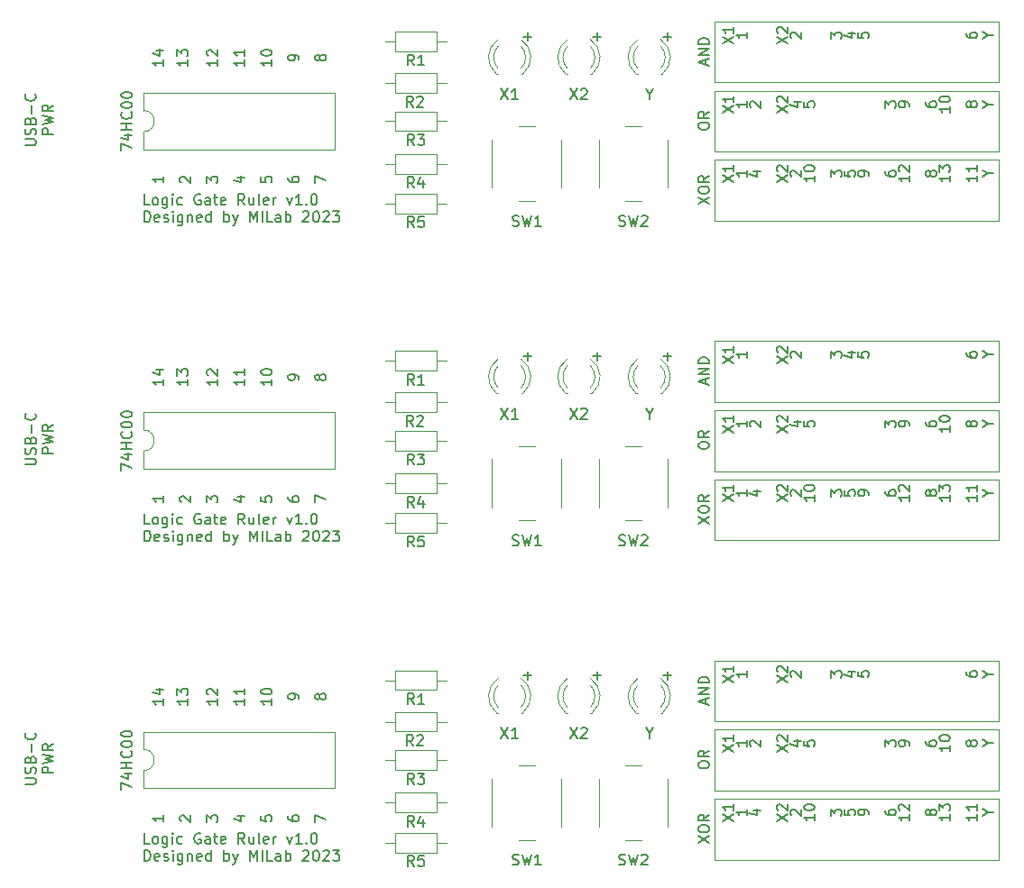
<source format=gbr>
%TF.GenerationSoftware,KiCad,Pcbnew,(6.0.10)*%
%TF.CreationDate,2023-09-25T09:49:00+09:00*%
%TF.ProjectId,simpleLogicCircuit,73696d70-6c65-44c6-9f67-696343697263,rev?*%
%TF.SameCoordinates,Original*%
%TF.FileFunction,Legend,Top*%
%TF.FilePolarity,Positive*%
%FSLAX46Y46*%
G04 Gerber Fmt 4.6, Leading zero omitted, Abs format (unit mm)*
G04 Created by KiCad (PCBNEW (6.0.10)) date 2023-09-25 09:49:00*
%MOMM*%
%LPD*%
G01*
G04 APERTURE LIST*
%ADD10C,0.150000*%
%ADD11C,0.120000*%
G04 APERTURE END LIST*
D10*
X47553619Y-121753714D02*
X47506000Y-121706095D01*
X47458380Y-121610857D01*
X47458380Y-121372761D01*
X47506000Y-121277523D01*
X47553619Y-121229904D01*
X47648857Y-121182285D01*
X47744095Y-121182285D01*
X47886952Y-121229904D01*
X48458380Y-121801333D01*
X48458380Y-121182285D01*
X52871714Y-121277523D02*
X53538380Y-121277523D01*
X52490761Y-121515619D02*
X53205047Y-121753714D01*
X53205047Y-121134666D01*
X49998380Y-121801333D02*
X49998380Y-121182285D01*
X50379333Y-121515619D01*
X50379333Y-121372761D01*
X50426952Y-121277523D01*
X50474571Y-121229904D01*
X50569809Y-121182285D01*
X50807904Y-121182285D01*
X50903142Y-121229904D01*
X50950761Y-121277523D01*
X50998380Y-121372761D01*
X50998380Y-121658476D01*
X50950761Y-121753714D01*
X50903142Y-121801333D01*
X58618380Y-110228476D02*
X58618380Y-110038000D01*
X58570761Y-109942761D01*
X58523142Y-109895142D01*
X58380285Y-109799904D01*
X58189809Y-109752285D01*
X57808857Y-109752285D01*
X57713619Y-109799904D01*
X57666000Y-109847523D01*
X57618380Y-109942761D01*
X57618380Y-110133238D01*
X57666000Y-110228476D01*
X57713619Y-110276095D01*
X57808857Y-110323714D01*
X58046952Y-110323714D01*
X58142190Y-110276095D01*
X58189809Y-110228476D01*
X58237428Y-110133238D01*
X58237428Y-109942761D01*
X58189809Y-109847523D01*
X58142190Y-109799904D01*
X58046952Y-109752285D01*
X32937380Y-118260952D02*
X33746904Y-118260952D01*
X33842142Y-118213333D01*
X33889761Y-118165714D01*
X33937380Y-118070476D01*
X33937380Y-117880000D01*
X33889761Y-117784761D01*
X33842142Y-117737142D01*
X33746904Y-117689523D01*
X32937380Y-117689523D01*
X33889761Y-117260952D02*
X33937380Y-117118095D01*
X33937380Y-116880000D01*
X33889761Y-116784761D01*
X33842142Y-116737142D01*
X33746904Y-116689523D01*
X33651666Y-116689523D01*
X33556428Y-116737142D01*
X33508809Y-116784761D01*
X33461190Y-116880000D01*
X33413571Y-117070476D01*
X33365952Y-117165714D01*
X33318333Y-117213333D01*
X33223095Y-117260952D01*
X33127857Y-117260952D01*
X33032619Y-117213333D01*
X32985000Y-117165714D01*
X32937380Y-117070476D01*
X32937380Y-116832380D01*
X32985000Y-116689523D01*
X33413571Y-115927619D02*
X33461190Y-115784761D01*
X33508809Y-115737142D01*
X33604047Y-115689523D01*
X33746904Y-115689523D01*
X33842142Y-115737142D01*
X33889761Y-115784761D01*
X33937380Y-115880000D01*
X33937380Y-116260952D01*
X32937380Y-116260952D01*
X32937380Y-115927619D01*
X32985000Y-115832380D01*
X33032619Y-115784761D01*
X33127857Y-115737142D01*
X33223095Y-115737142D01*
X33318333Y-115784761D01*
X33365952Y-115832380D01*
X33413571Y-115927619D01*
X33413571Y-116260952D01*
X33556428Y-115260952D02*
X33556428Y-114499047D01*
X33842142Y-113451428D02*
X33889761Y-113499047D01*
X33937380Y-113641904D01*
X33937380Y-113737142D01*
X33889761Y-113880000D01*
X33794523Y-113975238D01*
X33699285Y-114022857D01*
X33508809Y-114070476D01*
X33365952Y-114070476D01*
X33175476Y-114022857D01*
X33080238Y-113975238D01*
X32985000Y-113880000D01*
X32937380Y-113737142D01*
X32937380Y-113641904D01*
X32985000Y-113499047D01*
X33032619Y-113451428D01*
X35547380Y-117213333D02*
X34547380Y-117213333D01*
X34547380Y-116832380D01*
X34595000Y-116737142D01*
X34642619Y-116689523D01*
X34737857Y-116641904D01*
X34880714Y-116641904D01*
X34975952Y-116689523D01*
X35023571Y-116737142D01*
X35071190Y-116832380D01*
X35071190Y-117213333D01*
X34547380Y-116308571D02*
X35547380Y-116070476D01*
X34833095Y-115880000D01*
X35547380Y-115689523D01*
X34547380Y-115451428D01*
X35547380Y-114499047D02*
X35071190Y-114832380D01*
X35547380Y-115070476D02*
X34547380Y-115070476D01*
X34547380Y-114689523D01*
X34595000Y-114594285D01*
X34642619Y-114546666D01*
X34737857Y-114499047D01*
X34880714Y-114499047D01*
X34975952Y-114546666D01*
X35023571Y-114594285D01*
X35071190Y-114689523D01*
X35071190Y-115070476D01*
X79719047Y-108071428D02*
X80480952Y-108071428D01*
X80100000Y-108452380D02*
X80100000Y-107690476D01*
X53538380Y-110228476D02*
X53538380Y-110799904D01*
X53538380Y-110514190D02*
X52538380Y-110514190D01*
X52681238Y-110609428D01*
X52776476Y-110704666D01*
X52824095Y-110799904D01*
X53538380Y-109276095D02*
X53538380Y-109847523D01*
X53538380Y-109561809D02*
X52538380Y-109561809D01*
X52681238Y-109657047D01*
X52776476Y-109752285D01*
X52824095Y-109847523D01*
X50998380Y-110228476D02*
X50998380Y-110799904D01*
X50998380Y-110514190D02*
X49998380Y-110514190D01*
X50141238Y-110609428D01*
X50236476Y-110704666D01*
X50284095Y-110799904D01*
X50093619Y-109847523D02*
X50046000Y-109799904D01*
X49998380Y-109704666D01*
X49998380Y-109466571D01*
X50046000Y-109371333D01*
X50093619Y-109323714D01*
X50188857Y-109276095D01*
X50284095Y-109276095D01*
X50426952Y-109323714D01*
X50998380Y-109895142D01*
X50998380Y-109276095D01*
X60158380Y-121801333D02*
X60158380Y-121134666D01*
X61158380Y-121563238D01*
X55078380Y-121229904D02*
X55078380Y-121706095D01*
X55554571Y-121753714D01*
X55506952Y-121706095D01*
X55459333Y-121610857D01*
X55459333Y-121372761D01*
X55506952Y-121277523D01*
X55554571Y-121229904D01*
X55649809Y-121182285D01*
X55887904Y-121182285D01*
X55983142Y-121229904D01*
X56030761Y-121277523D01*
X56078380Y-121372761D01*
X56078380Y-121610857D01*
X56030761Y-121706095D01*
X55983142Y-121753714D01*
X86219047Y-108071428D02*
X86980952Y-108071428D01*
X86600000Y-108452380D02*
X86600000Y-107690476D01*
X57618380Y-121277523D02*
X57618380Y-121468000D01*
X57666000Y-121563238D01*
X57713619Y-121610857D01*
X57856476Y-121706095D01*
X58046952Y-121753714D01*
X58427904Y-121753714D01*
X58523142Y-121706095D01*
X58570761Y-121658476D01*
X58618380Y-121563238D01*
X58618380Y-121372761D01*
X58570761Y-121277523D01*
X58523142Y-121229904D01*
X58427904Y-121182285D01*
X58189809Y-121182285D01*
X58094571Y-121229904D01*
X58046952Y-121277523D01*
X57999333Y-121372761D01*
X57999333Y-121563238D01*
X58046952Y-121658476D01*
X58094571Y-121706095D01*
X58189809Y-121753714D01*
X56078380Y-110228476D02*
X56078380Y-110799904D01*
X56078380Y-110514190D02*
X55078380Y-110514190D01*
X55221238Y-110609428D01*
X55316476Y-110704666D01*
X55364095Y-110799904D01*
X55078380Y-109609428D02*
X55078380Y-109514190D01*
X55126000Y-109418952D01*
X55173619Y-109371333D01*
X55268857Y-109323714D01*
X55459333Y-109276095D01*
X55697428Y-109276095D01*
X55887904Y-109323714D01*
X55983142Y-109371333D01*
X56030761Y-109418952D01*
X56078380Y-109514190D01*
X56078380Y-109609428D01*
X56030761Y-109704666D01*
X55983142Y-109752285D01*
X55887904Y-109799904D01*
X55697428Y-109847523D01*
X55459333Y-109847523D01*
X55268857Y-109799904D01*
X55173619Y-109752285D01*
X55126000Y-109704666D01*
X55078380Y-109609428D01*
X60586952Y-110133238D02*
X60539333Y-110228476D01*
X60491714Y-110276095D01*
X60396476Y-110323714D01*
X60348857Y-110323714D01*
X60253619Y-110276095D01*
X60206000Y-110228476D01*
X60158380Y-110133238D01*
X60158380Y-109942761D01*
X60206000Y-109847523D01*
X60253619Y-109799904D01*
X60348857Y-109752285D01*
X60396476Y-109752285D01*
X60491714Y-109799904D01*
X60539333Y-109847523D01*
X60586952Y-109942761D01*
X60586952Y-110133238D01*
X60634571Y-110228476D01*
X60682190Y-110276095D01*
X60777428Y-110323714D01*
X60967904Y-110323714D01*
X61063142Y-110276095D01*
X61110761Y-110228476D01*
X61158380Y-110133238D01*
X61158380Y-109942761D01*
X61110761Y-109847523D01*
X61063142Y-109799904D01*
X60967904Y-109752285D01*
X60777428Y-109752285D01*
X60682190Y-109799904D01*
X60634571Y-109847523D01*
X60586952Y-109942761D01*
X45918380Y-121182285D02*
X45918380Y-121753714D01*
X45918380Y-121468000D02*
X44918380Y-121468000D01*
X45061238Y-121563238D01*
X45156476Y-121658476D01*
X45204095Y-121753714D01*
X92819047Y-108071428D02*
X93580952Y-108071428D01*
X93200000Y-108452380D02*
X93200000Y-107690476D01*
X45918380Y-110228476D02*
X45918380Y-110799904D01*
X45918380Y-110514190D02*
X44918380Y-110514190D01*
X45061238Y-110609428D01*
X45156476Y-110704666D01*
X45204095Y-110799904D01*
X45251714Y-109371333D02*
X45918380Y-109371333D01*
X44870761Y-109609428D02*
X45585047Y-109847523D01*
X45585047Y-109228476D01*
X48204380Y-110228476D02*
X48204380Y-110799904D01*
X48204380Y-110514190D02*
X47204380Y-110514190D01*
X47347238Y-110609428D01*
X47442476Y-110704666D01*
X47490095Y-110799904D01*
X47204380Y-109895142D02*
X47204380Y-109276095D01*
X47585333Y-109609428D01*
X47585333Y-109466571D01*
X47632952Y-109371333D01*
X47680571Y-109323714D01*
X47775809Y-109276095D01*
X48013904Y-109276095D01*
X48109142Y-109323714D01*
X48156761Y-109371333D01*
X48204380Y-109466571D01*
X48204380Y-109752285D01*
X48156761Y-109847523D01*
X48109142Y-109895142D01*
X44611785Y-123847380D02*
X44135595Y-123847380D01*
X44135595Y-122847380D01*
X45087976Y-123847380D02*
X44992738Y-123799761D01*
X44945119Y-123752142D01*
X44897500Y-123656904D01*
X44897500Y-123371190D01*
X44945119Y-123275952D01*
X44992738Y-123228333D01*
X45087976Y-123180714D01*
X45230833Y-123180714D01*
X45326071Y-123228333D01*
X45373690Y-123275952D01*
X45421309Y-123371190D01*
X45421309Y-123656904D01*
X45373690Y-123752142D01*
X45326071Y-123799761D01*
X45230833Y-123847380D01*
X45087976Y-123847380D01*
X46278452Y-123180714D02*
X46278452Y-123990238D01*
X46230833Y-124085476D01*
X46183214Y-124133095D01*
X46087976Y-124180714D01*
X45945119Y-124180714D01*
X45849880Y-124133095D01*
X46278452Y-123799761D02*
X46183214Y-123847380D01*
X45992738Y-123847380D01*
X45897500Y-123799761D01*
X45849880Y-123752142D01*
X45802261Y-123656904D01*
X45802261Y-123371190D01*
X45849880Y-123275952D01*
X45897500Y-123228333D01*
X45992738Y-123180714D01*
X46183214Y-123180714D01*
X46278452Y-123228333D01*
X46754642Y-123847380D02*
X46754642Y-123180714D01*
X46754642Y-122847380D02*
X46707023Y-122895000D01*
X46754642Y-122942619D01*
X46802261Y-122895000D01*
X46754642Y-122847380D01*
X46754642Y-122942619D01*
X47659404Y-123799761D02*
X47564166Y-123847380D01*
X47373690Y-123847380D01*
X47278452Y-123799761D01*
X47230833Y-123752142D01*
X47183214Y-123656904D01*
X47183214Y-123371190D01*
X47230833Y-123275952D01*
X47278452Y-123228333D01*
X47373690Y-123180714D01*
X47564166Y-123180714D01*
X47659404Y-123228333D01*
X49373690Y-122895000D02*
X49278452Y-122847380D01*
X49135595Y-122847380D01*
X48992738Y-122895000D01*
X48897500Y-122990238D01*
X48849880Y-123085476D01*
X48802261Y-123275952D01*
X48802261Y-123418809D01*
X48849880Y-123609285D01*
X48897500Y-123704523D01*
X48992738Y-123799761D01*
X49135595Y-123847380D01*
X49230833Y-123847380D01*
X49373690Y-123799761D01*
X49421309Y-123752142D01*
X49421309Y-123418809D01*
X49230833Y-123418809D01*
X50278452Y-123847380D02*
X50278452Y-123323571D01*
X50230833Y-123228333D01*
X50135595Y-123180714D01*
X49945119Y-123180714D01*
X49849880Y-123228333D01*
X50278452Y-123799761D02*
X50183214Y-123847380D01*
X49945119Y-123847380D01*
X49849880Y-123799761D01*
X49802261Y-123704523D01*
X49802261Y-123609285D01*
X49849880Y-123514047D01*
X49945119Y-123466428D01*
X50183214Y-123466428D01*
X50278452Y-123418809D01*
X50611785Y-123180714D02*
X50992738Y-123180714D01*
X50754642Y-122847380D02*
X50754642Y-123704523D01*
X50802261Y-123799761D01*
X50897500Y-123847380D01*
X50992738Y-123847380D01*
X51707023Y-123799761D02*
X51611785Y-123847380D01*
X51421309Y-123847380D01*
X51326071Y-123799761D01*
X51278452Y-123704523D01*
X51278452Y-123323571D01*
X51326071Y-123228333D01*
X51421309Y-123180714D01*
X51611785Y-123180714D01*
X51707023Y-123228333D01*
X51754642Y-123323571D01*
X51754642Y-123418809D01*
X51278452Y-123514047D01*
X53516547Y-123847380D02*
X53183214Y-123371190D01*
X52945119Y-123847380D02*
X52945119Y-122847380D01*
X53326071Y-122847380D01*
X53421309Y-122895000D01*
X53468928Y-122942619D01*
X53516547Y-123037857D01*
X53516547Y-123180714D01*
X53468928Y-123275952D01*
X53421309Y-123323571D01*
X53326071Y-123371190D01*
X52945119Y-123371190D01*
X54373690Y-123180714D02*
X54373690Y-123847380D01*
X53945119Y-123180714D02*
X53945119Y-123704523D01*
X53992738Y-123799761D01*
X54087976Y-123847380D01*
X54230833Y-123847380D01*
X54326071Y-123799761D01*
X54373690Y-123752142D01*
X54992738Y-123847380D02*
X54897500Y-123799761D01*
X54849880Y-123704523D01*
X54849880Y-122847380D01*
X55754642Y-123799761D02*
X55659404Y-123847380D01*
X55468928Y-123847380D01*
X55373690Y-123799761D01*
X55326071Y-123704523D01*
X55326071Y-123323571D01*
X55373690Y-123228333D01*
X55468928Y-123180714D01*
X55659404Y-123180714D01*
X55754642Y-123228333D01*
X55802261Y-123323571D01*
X55802261Y-123418809D01*
X55326071Y-123514047D01*
X56230833Y-123847380D02*
X56230833Y-123180714D01*
X56230833Y-123371190D02*
X56278452Y-123275952D01*
X56326071Y-123228333D01*
X56421309Y-123180714D01*
X56516547Y-123180714D01*
X57516547Y-123180714D02*
X57754642Y-123847380D01*
X57992738Y-123180714D01*
X58897500Y-123847380D02*
X58326071Y-123847380D01*
X58611785Y-123847380D02*
X58611785Y-122847380D01*
X58516547Y-122990238D01*
X58421309Y-123085476D01*
X58326071Y-123133095D01*
X59326071Y-123752142D02*
X59373690Y-123799761D01*
X59326071Y-123847380D01*
X59278452Y-123799761D01*
X59326071Y-123752142D01*
X59326071Y-123847380D01*
X59992738Y-122847380D02*
X60087976Y-122847380D01*
X60183214Y-122895000D01*
X60230833Y-122942619D01*
X60278452Y-123037857D01*
X60326071Y-123228333D01*
X60326071Y-123466428D01*
X60278452Y-123656904D01*
X60230833Y-123752142D01*
X60183214Y-123799761D01*
X60087976Y-123847380D01*
X59992738Y-123847380D01*
X59897500Y-123799761D01*
X59849880Y-123752142D01*
X59802261Y-123656904D01*
X59754642Y-123466428D01*
X59754642Y-123228333D01*
X59802261Y-123037857D01*
X59849880Y-122942619D01*
X59897500Y-122895000D01*
X59992738Y-122847380D01*
X44135595Y-125457380D02*
X44135595Y-124457380D01*
X44373690Y-124457380D01*
X44516547Y-124505000D01*
X44611785Y-124600238D01*
X44659404Y-124695476D01*
X44707023Y-124885952D01*
X44707023Y-125028809D01*
X44659404Y-125219285D01*
X44611785Y-125314523D01*
X44516547Y-125409761D01*
X44373690Y-125457380D01*
X44135595Y-125457380D01*
X45516547Y-125409761D02*
X45421309Y-125457380D01*
X45230833Y-125457380D01*
X45135595Y-125409761D01*
X45087976Y-125314523D01*
X45087976Y-124933571D01*
X45135595Y-124838333D01*
X45230833Y-124790714D01*
X45421309Y-124790714D01*
X45516547Y-124838333D01*
X45564166Y-124933571D01*
X45564166Y-125028809D01*
X45087976Y-125124047D01*
X45945119Y-125409761D02*
X46040357Y-125457380D01*
X46230833Y-125457380D01*
X46326071Y-125409761D01*
X46373690Y-125314523D01*
X46373690Y-125266904D01*
X46326071Y-125171666D01*
X46230833Y-125124047D01*
X46087976Y-125124047D01*
X45992738Y-125076428D01*
X45945119Y-124981190D01*
X45945119Y-124933571D01*
X45992738Y-124838333D01*
X46087976Y-124790714D01*
X46230833Y-124790714D01*
X46326071Y-124838333D01*
X46802261Y-125457380D02*
X46802261Y-124790714D01*
X46802261Y-124457380D02*
X46754642Y-124505000D01*
X46802261Y-124552619D01*
X46849880Y-124505000D01*
X46802261Y-124457380D01*
X46802261Y-124552619D01*
X47707023Y-124790714D02*
X47707023Y-125600238D01*
X47659404Y-125695476D01*
X47611785Y-125743095D01*
X47516547Y-125790714D01*
X47373690Y-125790714D01*
X47278452Y-125743095D01*
X47707023Y-125409761D02*
X47611785Y-125457380D01*
X47421309Y-125457380D01*
X47326071Y-125409761D01*
X47278452Y-125362142D01*
X47230833Y-125266904D01*
X47230833Y-124981190D01*
X47278452Y-124885952D01*
X47326071Y-124838333D01*
X47421309Y-124790714D01*
X47611785Y-124790714D01*
X47707023Y-124838333D01*
X48183214Y-124790714D02*
X48183214Y-125457380D01*
X48183214Y-124885952D02*
X48230833Y-124838333D01*
X48326071Y-124790714D01*
X48468928Y-124790714D01*
X48564166Y-124838333D01*
X48611785Y-124933571D01*
X48611785Y-125457380D01*
X49468928Y-125409761D02*
X49373690Y-125457380D01*
X49183214Y-125457380D01*
X49087976Y-125409761D01*
X49040357Y-125314523D01*
X49040357Y-124933571D01*
X49087976Y-124838333D01*
X49183214Y-124790714D01*
X49373690Y-124790714D01*
X49468928Y-124838333D01*
X49516547Y-124933571D01*
X49516547Y-125028809D01*
X49040357Y-125124047D01*
X50373690Y-125457380D02*
X50373690Y-124457380D01*
X50373690Y-125409761D02*
X50278452Y-125457380D01*
X50087976Y-125457380D01*
X49992738Y-125409761D01*
X49945119Y-125362142D01*
X49897500Y-125266904D01*
X49897500Y-124981190D01*
X49945119Y-124885952D01*
X49992738Y-124838333D01*
X50087976Y-124790714D01*
X50278452Y-124790714D01*
X50373690Y-124838333D01*
X51611785Y-125457380D02*
X51611785Y-124457380D01*
X51611785Y-124838333D02*
X51707023Y-124790714D01*
X51897500Y-124790714D01*
X51992738Y-124838333D01*
X52040357Y-124885952D01*
X52087976Y-124981190D01*
X52087976Y-125266904D01*
X52040357Y-125362142D01*
X51992738Y-125409761D01*
X51897500Y-125457380D01*
X51707023Y-125457380D01*
X51611785Y-125409761D01*
X52421309Y-124790714D02*
X52659404Y-125457380D01*
X52897500Y-124790714D02*
X52659404Y-125457380D01*
X52564166Y-125695476D01*
X52516547Y-125743095D01*
X52421309Y-125790714D01*
X54040357Y-125457380D02*
X54040357Y-124457380D01*
X54373690Y-125171666D01*
X54707023Y-124457380D01*
X54707023Y-125457380D01*
X55183214Y-125457380D02*
X55183214Y-124457380D01*
X56135595Y-125457380D02*
X55659404Y-125457380D01*
X55659404Y-124457380D01*
X56897500Y-125457380D02*
X56897500Y-124933571D01*
X56849880Y-124838333D01*
X56754642Y-124790714D01*
X56564166Y-124790714D01*
X56468928Y-124838333D01*
X56897500Y-125409761D02*
X56802261Y-125457380D01*
X56564166Y-125457380D01*
X56468928Y-125409761D01*
X56421309Y-125314523D01*
X56421309Y-125219285D01*
X56468928Y-125124047D01*
X56564166Y-125076428D01*
X56802261Y-125076428D01*
X56897500Y-125028809D01*
X57373690Y-125457380D02*
X57373690Y-124457380D01*
X57373690Y-124838333D02*
X57468928Y-124790714D01*
X57659404Y-124790714D01*
X57754642Y-124838333D01*
X57802261Y-124885952D01*
X57849880Y-124981190D01*
X57849880Y-125266904D01*
X57802261Y-125362142D01*
X57754642Y-125409761D01*
X57659404Y-125457380D01*
X57468928Y-125457380D01*
X57373690Y-125409761D01*
X58992738Y-124552619D02*
X59040357Y-124505000D01*
X59135595Y-124457380D01*
X59373690Y-124457380D01*
X59468928Y-124505000D01*
X59516547Y-124552619D01*
X59564166Y-124647857D01*
X59564166Y-124743095D01*
X59516547Y-124885952D01*
X58945119Y-125457380D01*
X59564166Y-125457380D01*
X60183214Y-124457380D02*
X60278452Y-124457380D01*
X60373690Y-124505000D01*
X60421309Y-124552619D01*
X60468928Y-124647857D01*
X60516547Y-124838333D01*
X60516547Y-125076428D01*
X60468928Y-125266904D01*
X60421309Y-125362142D01*
X60373690Y-125409761D01*
X60278452Y-125457380D01*
X60183214Y-125457380D01*
X60087976Y-125409761D01*
X60040357Y-125362142D01*
X59992738Y-125266904D01*
X59945119Y-125076428D01*
X59945119Y-124838333D01*
X59992738Y-124647857D01*
X60040357Y-124552619D01*
X60087976Y-124505000D01*
X60183214Y-124457380D01*
X60897500Y-124552619D02*
X60945119Y-124505000D01*
X61040357Y-124457380D01*
X61278452Y-124457380D01*
X61373690Y-124505000D01*
X61421309Y-124552619D01*
X61468928Y-124647857D01*
X61468928Y-124743095D01*
X61421309Y-124885952D01*
X60849880Y-125457380D01*
X61468928Y-125457380D01*
X61802261Y-124457380D02*
X62421309Y-124457380D01*
X62087976Y-124838333D01*
X62230833Y-124838333D01*
X62326071Y-124885952D01*
X62373690Y-124933571D01*
X62421309Y-125028809D01*
X62421309Y-125266904D01*
X62373690Y-125362142D01*
X62326071Y-125409761D01*
X62230833Y-125457380D01*
X61945119Y-125457380D01*
X61849880Y-125409761D01*
X61802261Y-125362142D01*
X47553619Y-91753714D02*
X47506000Y-91706095D01*
X47458380Y-91610857D01*
X47458380Y-91372761D01*
X47506000Y-91277523D01*
X47553619Y-91229904D01*
X47648857Y-91182285D01*
X47744095Y-91182285D01*
X47886952Y-91229904D01*
X48458380Y-91801333D01*
X48458380Y-91182285D01*
X52871714Y-91277523D02*
X53538380Y-91277523D01*
X52490761Y-91515619D02*
X53205047Y-91753714D01*
X53205047Y-91134666D01*
X49998380Y-91801333D02*
X49998380Y-91182285D01*
X50379333Y-91515619D01*
X50379333Y-91372761D01*
X50426952Y-91277523D01*
X50474571Y-91229904D01*
X50569809Y-91182285D01*
X50807904Y-91182285D01*
X50903142Y-91229904D01*
X50950761Y-91277523D01*
X50998380Y-91372761D01*
X50998380Y-91658476D01*
X50950761Y-91753714D01*
X50903142Y-91801333D01*
X58618380Y-80228476D02*
X58618380Y-80038000D01*
X58570761Y-79942761D01*
X58523142Y-79895142D01*
X58380285Y-79799904D01*
X58189809Y-79752285D01*
X57808857Y-79752285D01*
X57713619Y-79799904D01*
X57666000Y-79847523D01*
X57618380Y-79942761D01*
X57618380Y-80133238D01*
X57666000Y-80228476D01*
X57713619Y-80276095D01*
X57808857Y-80323714D01*
X58046952Y-80323714D01*
X58142190Y-80276095D01*
X58189809Y-80228476D01*
X58237428Y-80133238D01*
X58237428Y-79942761D01*
X58189809Y-79847523D01*
X58142190Y-79799904D01*
X58046952Y-79752285D01*
X32937380Y-88260952D02*
X33746904Y-88260952D01*
X33842142Y-88213333D01*
X33889761Y-88165714D01*
X33937380Y-88070476D01*
X33937380Y-87880000D01*
X33889761Y-87784761D01*
X33842142Y-87737142D01*
X33746904Y-87689523D01*
X32937380Y-87689523D01*
X33889761Y-87260952D02*
X33937380Y-87118095D01*
X33937380Y-86880000D01*
X33889761Y-86784761D01*
X33842142Y-86737142D01*
X33746904Y-86689523D01*
X33651666Y-86689523D01*
X33556428Y-86737142D01*
X33508809Y-86784761D01*
X33461190Y-86880000D01*
X33413571Y-87070476D01*
X33365952Y-87165714D01*
X33318333Y-87213333D01*
X33223095Y-87260952D01*
X33127857Y-87260952D01*
X33032619Y-87213333D01*
X32985000Y-87165714D01*
X32937380Y-87070476D01*
X32937380Y-86832380D01*
X32985000Y-86689523D01*
X33413571Y-85927619D02*
X33461190Y-85784761D01*
X33508809Y-85737142D01*
X33604047Y-85689523D01*
X33746904Y-85689523D01*
X33842142Y-85737142D01*
X33889761Y-85784761D01*
X33937380Y-85880000D01*
X33937380Y-86260952D01*
X32937380Y-86260952D01*
X32937380Y-85927619D01*
X32985000Y-85832380D01*
X33032619Y-85784761D01*
X33127857Y-85737142D01*
X33223095Y-85737142D01*
X33318333Y-85784761D01*
X33365952Y-85832380D01*
X33413571Y-85927619D01*
X33413571Y-86260952D01*
X33556428Y-85260952D02*
X33556428Y-84499047D01*
X33842142Y-83451428D02*
X33889761Y-83499047D01*
X33937380Y-83641904D01*
X33937380Y-83737142D01*
X33889761Y-83880000D01*
X33794523Y-83975238D01*
X33699285Y-84022857D01*
X33508809Y-84070476D01*
X33365952Y-84070476D01*
X33175476Y-84022857D01*
X33080238Y-83975238D01*
X32985000Y-83880000D01*
X32937380Y-83737142D01*
X32937380Y-83641904D01*
X32985000Y-83499047D01*
X33032619Y-83451428D01*
X35547380Y-87213333D02*
X34547380Y-87213333D01*
X34547380Y-86832380D01*
X34595000Y-86737142D01*
X34642619Y-86689523D01*
X34737857Y-86641904D01*
X34880714Y-86641904D01*
X34975952Y-86689523D01*
X35023571Y-86737142D01*
X35071190Y-86832380D01*
X35071190Y-87213333D01*
X34547380Y-86308571D02*
X35547380Y-86070476D01*
X34833095Y-85880000D01*
X35547380Y-85689523D01*
X34547380Y-85451428D01*
X35547380Y-84499047D02*
X35071190Y-84832380D01*
X35547380Y-85070476D02*
X34547380Y-85070476D01*
X34547380Y-84689523D01*
X34595000Y-84594285D01*
X34642619Y-84546666D01*
X34737857Y-84499047D01*
X34880714Y-84499047D01*
X34975952Y-84546666D01*
X35023571Y-84594285D01*
X35071190Y-84689523D01*
X35071190Y-85070476D01*
X79719047Y-78071428D02*
X80480952Y-78071428D01*
X80100000Y-78452380D02*
X80100000Y-77690476D01*
X53538380Y-80228476D02*
X53538380Y-80799904D01*
X53538380Y-80514190D02*
X52538380Y-80514190D01*
X52681238Y-80609428D01*
X52776476Y-80704666D01*
X52824095Y-80799904D01*
X53538380Y-79276095D02*
X53538380Y-79847523D01*
X53538380Y-79561809D02*
X52538380Y-79561809D01*
X52681238Y-79657047D01*
X52776476Y-79752285D01*
X52824095Y-79847523D01*
X50998380Y-80228476D02*
X50998380Y-80799904D01*
X50998380Y-80514190D02*
X49998380Y-80514190D01*
X50141238Y-80609428D01*
X50236476Y-80704666D01*
X50284095Y-80799904D01*
X50093619Y-79847523D02*
X50046000Y-79799904D01*
X49998380Y-79704666D01*
X49998380Y-79466571D01*
X50046000Y-79371333D01*
X50093619Y-79323714D01*
X50188857Y-79276095D01*
X50284095Y-79276095D01*
X50426952Y-79323714D01*
X50998380Y-79895142D01*
X50998380Y-79276095D01*
X60158380Y-91801333D02*
X60158380Y-91134666D01*
X61158380Y-91563238D01*
X55078380Y-91229904D02*
X55078380Y-91706095D01*
X55554571Y-91753714D01*
X55506952Y-91706095D01*
X55459333Y-91610857D01*
X55459333Y-91372761D01*
X55506952Y-91277523D01*
X55554571Y-91229904D01*
X55649809Y-91182285D01*
X55887904Y-91182285D01*
X55983142Y-91229904D01*
X56030761Y-91277523D01*
X56078380Y-91372761D01*
X56078380Y-91610857D01*
X56030761Y-91706095D01*
X55983142Y-91753714D01*
X86219047Y-78071428D02*
X86980952Y-78071428D01*
X86600000Y-78452380D02*
X86600000Y-77690476D01*
X57618380Y-91277523D02*
X57618380Y-91468000D01*
X57666000Y-91563238D01*
X57713619Y-91610857D01*
X57856476Y-91706095D01*
X58046952Y-91753714D01*
X58427904Y-91753714D01*
X58523142Y-91706095D01*
X58570761Y-91658476D01*
X58618380Y-91563238D01*
X58618380Y-91372761D01*
X58570761Y-91277523D01*
X58523142Y-91229904D01*
X58427904Y-91182285D01*
X58189809Y-91182285D01*
X58094571Y-91229904D01*
X58046952Y-91277523D01*
X57999333Y-91372761D01*
X57999333Y-91563238D01*
X58046952Y-91658476D01*
X58094571Y-91706095D01*
X58189809Y-91753714D01*
X56078380Y-80228476D02*
X56078380Y-80799904D01*
X56078380Y-80514190D02*
X55078380Y-80514190D01*
X55221238Y-80609428D01*
X55316476Y-80704666D01*
X55364095Y-80799904D01*
X55078380Y-79609428D02*
X55078380Y-79514190D01*
X55126000Y-79418952D01*
X55173619Y-79371333D01*
X55268857Y-79323714D01*
X55459333Y-79276095D01*
X55697428Y-79276095D01*
X55887904Y-79323714D01*
X55983142Y-79371333D01*
X56030761Y-79418952D01*
X56078380Y-79514190D01*
X56078380Y-79609428D01*
X56030761Y-79704666D01*
X55983142Y-79752285D01*
X55887904Y-79799904D01*
X55697428Y-79847523D01*
X55459333Y-79847523D01*
X55268857Y-79799904D01*
X55173619Y-79752285D01*
X55126000Y-79704666D01*
X55078380Y-79609428D01*
X60586952Y-80133238D02*
X60539333Y-80228476D01*
X60491714Y-80276095D01*
X60396476Y-80323714D01*
X60348857Y-80323714D01*
X60253619Y-80276095D01*
X60206000Y-80228476D01*
X60158380Y-80133238D01*
X60158380Y-79942761D01*
X60206000Y-79847523D01*
X60253619Y-79799904D01*
X60348857Y-79752285D01*
X60396476Y-79752285D01*
X60491714Y-79799904D01*
X60539333Y-79847523D01*
X60586952Y-79942761D01*
X60586952Y-80133238D01*
X60634571Y-80228476D01*
X60682190Y-80276095D01*
X60777428Y-80323714D01*
X60967904Y-80323714D01*
X61063142Y-80276095D01*
X61110761Y-80228476D01*
X61158380Y-80133238D01*
X61158380Y-79942761D01*
X61110761Y-79847523D01*
X61063142Y-79799904D01*
X60967904Y-79752285D01*
X60777428Y-79752285D01*
X60682190Y-79799904D01*
X60634571Y-79847523D01*
X60586952Y-79942761D01*
X45918380Y-91182285D02*
X45918380Y-91753714D01*
X45918380Y-91468000D02*
X44918380Y-91468000D01*
X45061238Y-91563238D01*
X45156476Y-91658476D01*
X45204095Y-91753714D01*
X92819047Y-78071428D02*
X93580952Y-78071428D01*
X93200000Y-78452380D02*
X93200000Y-77690476D01*
X45918380Y-80228476D02*
X45918380Y-80799904D01*
X45918380Y-80514190D02*
X44918380Y-80514190D01*
X45061238Y-80609428D01*
X45156476Y-80704666D01*
X45204095Y-80799904D01*
X45251714Y-79371333D02*
X45918380Y-79371333D01*
X44870761Y-79609428D02*
X45585047Y-79847523D01*
X45585047Y-79228476D01*
X48204380Y-80228476D02*
X48204380Y-80799904D01*
X48204380Y-80514190D02*
X47204380Y-80514190D01*
X47347238Y-80609428D01*
X47442476Y-80704666D01*
X47490095Y-80799904D01*
X47204380Y-79895142D02*
X47204380Y-79276095D01*
X47585333Y-79609428D01*
X47585333Y-79466571D01*
X47632952Y-79371333D01*
X47680571Y-79323714D01*
X47775809Y-79276095D01*
X48013904Y-79276095D01*
X48109142Y-79323714D01*
X48156761Y-79371333D01*
X48204380Y-79466571D01*
X48204380Y-79752285D01*
X48156761Y-79847523D01*
X48109142Y-79895142D01*
X44611785Y-93847380D02*
X44135595Y-93847380D01*
X44135595Y-92847380D01*
X45087976Y-93847380D02*
X44992738Y-93799761D01*
X44945119Y-93752142D01*
X44897500Y-93656904D01*
X44897500Y-93371190D01*
X44945119Y-93275952D01*
X44992738Y-93228333D01*
X45087976Y-93180714D01*
X45230833Y-93180714D01*
X45326071Y-93228333D01*
X45373690Y-93275952D01*
X45421309Y-93371190D01*
X45421309Y-93656904D01*
X45373690Y-93752142D01*
X45326071Y-93799761D01*
X45230833Y-93847380D01*
X45087976Y-93847380D01*
X46278452Y-93180714D02*
X46278452Y-93990238D01*
X46230833Y-94085476D01*
X46183214Y-94133095D01*
X46087976Y-94180714D01*
X45945119Y-94180714D01*
X45849880Y-94133095D01*
X46278452Y-93799761D02*
X46183214Y-93847380D01*
X45992738Y-93847380D01*
X45897500Y-93799761D01*
X45849880Y-93752142D01*
X45802261Y-93656904D01*
X45802261Y-93371190D01*
X45849880Y-93275952D01*
X45897500Y-93228333D01*
X45992738Y-93180714D01*
X46183214Y-93180714D01*
X46278452Y-93228333D01*
X46754642Y-93847380D02*
X46754642Y-93180714D01*
X46754642Y-92847380D02*
X46707023Y-92895000D01*
X46754642Y-92942619D01*
X46802261Y-92895000D01*
X46754642Y-92847380D01*
X46754642Y-92942619D01*
X47659404Y-93799761D02*
X47564166Y-93847380D01*
X47373690Y-93847380D01*
X47278452Y-93799761D01*
X47230833Y-93752142D01*
X47183214Y-93656904D01*
X47183214Y-93371190D01*
X47230833Y-93275952D01*
X47278452Y-93228333D01*
X47373690Y-93180714D01*
X47564166Y-93180714D01*
X47659404Y-93228333D01*
X49373690Y-92895000D02*
X49278452Y-92847380D01*
X49135595Y-92847380D01*
X48992738Y-92895000D01*
X48897500Y-92990238D01*
X48849880Y-93085476D01*
X48802261Y-93275952D01*
X48802261Y-93418809D01*
X48849880Y-93609285D01*
X48897500Y-93704523D01*
X48992738Y-93799761D01*
X49135595Y-93847380D01*
X49230833Y-93847380D01*
X49373690Y-93799761D01*
X49421309Y-93752142D01*
X49421309Y-93418809D01*
X49230833Y-93418809D01*
X50278452Y-93847380D02*
X50278452Y-93323571D01*
X50230833Y-93228333D01*
X50135595Y-93180714D01*
X49945119Y-93180714D01*
X49849880Y-93228333D01*
X50278452Y-93799761D02*
X50183214Y-93847380D01*
X49945119Y-93847380D01*
X49849880Y-93799761D01*
X49802261Y-93704523D01*
X49802261Y-93609285D01*
X49849880Y-93514047D01*
X49945119Y-93466428D01*
X50183214Y-93466428D01*
X50278452Y-93418809D01*
X50611785Y-93180714D02*
X50992738Y-93180714D01*
X50754642Y-92847380D02*
X50754642Y-93704523D01*
X50802261Y-93799761D01*
X50897500Y-93847380D01*
X50992738Y-93847380D01*
X51707023Y-93799761D02*
X51611785Y-93847380D01*
X51421309Y-93847380D01*
X51326071Y-93799761D01*
X51278452Y-93704523D01*
X51278452Y-93323571D01*
X51326071Y-93228333D01*
X51421309Y-93180714D01*
X51611785Y-93180714D01*
X51707023Y-93228333D01*
X51754642Y-93323571D01*
X51754642Y-93418809D01*
X51278452Y-93514047D01*
X53516547Y-93847380D02*
X53183214Y-93371190D01*
X52945119Y-93847380D02*
X52945119Y-92847380D01*
X53326071Y-92847380D01*
X53421309Y-92895000D01*
X53468928Y-92942619D01*
X53516547Y-93037857D01*
X53516547Y-93180714D01*
X53468928Y-93275952D01*
X53421309Y-93323571D01*
X53326071Y-93371190D01*
X52945119Y-93371190D01*
X54373690Y-93180714D02*
X54373690Y-93847380D01*
X53945119Y-93180714D02*
X53945119Y-93704523D01*
X53992738Y-93799761D01*
X54087976Y-93847380D01*
X54230833Y-93847380D01*
X54326071Y-93799761D01*
X54373690Y-93752142D01*
X54992738Y-93847380D02*
X54897500Y-93799761D01*
X54849880Y-93704523D01*
X54849880Y-92847380D01*
X55754642Y-93799761D02*
X55659404Y-93847380D01*
X55468928Y-93847380D01*
X55373690Y-93799761D01*
X55326071Y-93704523D01*
X55326071Y-93323571D01*
X55373690Y-93228333D01*
X55468928Y-93180714D01*
X55659404Y-93180714D01*
X55754642Y-93228333D01*
X55802261Y-93323571D01*
X55802261Y-93418809D01*
X55326071Y-93514047D01*
X56230833Y-93847380D02*
X56230833Y-93180714D01*
X56230833Y-93371190D02*
X56278452Y-93275952D01*
X56326071Y-93228333D01*
X56421309Y-93180714D01*
X56516547Y-93180714D01*
X57516547Y-93180714D02*
X57754642Y-93847380D01*
X57992738Y-93180714D01*
X58897500Y-93847380D02*
X58326071Y-93847380D01*
X58611785Y-93847380D02*
X58611785Y-92847380D01*
X58516547Y-92990238D01*
X58421309Y-93085476D01*
X58326071Y-93133095D01*
X59326071Y-93752142D02*
X59373690Y-93799761D01*
X59326071Y-93847380D01*
X59278452Y-93799761D01*
X59326071Y-93752142D01*
X59326071Y-93847380D01*
X59992738Y-92847380D02*
X60087976Y-92847380D01*
X60183214Y-92895000D01*
X60230833Y-92942619D01*
X60278452Y-93037857D01*
X60326071Y-93228333D01*
X60326071Y-93466428D01*
X60278452Y-93656904D01*
X60230833Y-93752142D01*
X60183214Y-93799761D01*
X60087976Y-93847380D01*
X59992738Y-93847380D01*
X59897500Y-93799761D01*
X59849880Y-93752142D01*
X59802261Y-93656904D01*
X59754642Y-93466428D01*
X59754642Y-93228333D01*
X59802261Y-93037857D01*
X59849880Y-92942619D01*
X59897500Y-92895000D01*
X59992738Y-92847380D01*
X44135595Y-95457380D02*
X44135595Y-94457380D01*
X44373690Y-94457380D01*
X44516547Y-94505000D01*
X44611785Y-94600238D01*
X44659404Y-94695476D01*
X44707023Y-94885952D01*
X44707023Y-95028809D01*
X44659404Y-95219285D01*
X44611785Y-95314523D01*
X44516547Y-95409761D01*
X44373690Y-95457380D01*
X44135595Y-95457380D01*
X45516547Y-95409761D02*
X45421309Y-95457380D01*
X45230833Y-95457380D01*
X45135595Y-95409761D01*
X45087976Y-95314523D01*
X45087976Y-94933571D01*
X45135595Y-94838333D01*
X45230833Y-94790714D01*
X45421309Y-94790714D01*
X45516547Y-94838333D01*
X45564166Y-94933571D01*
X45564166Y-95028809D01*
X45087976Y-95124047D01*
X45945119Y-95409761D02*
X46040357Y-95457380D01*
X46230833Y-95457380D01*
X46326071Y-95409761D01*
X46373690Y-95314523D01*
X46373690Y-95266904D01*
X46326071Y-95171666D01*
X46230833Y-95124047D01*
X46087976Y-95124047D01*
X45992738Y-95076428D01*
X45945119Y-94981190D01*
X45945119Y-94933571D01*
X45992738Y-94838333D01*
X46087976Y-94790714D01*
X46230833Y-94790714D01*
X46326071Y-94838333D01*
X46802261Y-95457380D02*
X46802261Y-94790714D01*
X46802261Y-94457380D02*
X46754642Y-94505000D01*
X46802261Y-94552619D01*
X46849880Y-94505000D01*
X46802261Y-94457380D01*
X46802261Y-94552619D01*
X47707023Y-94790714D02*
X47707023Y-95600238D01*
X47659404Y-95695476D01*
X47611785Y-95743095D01*
X47516547Y-95790714D01*
X47373690Y-95790714D01*
X47278452Y-95743095D01*
X47707023Y-95409761D02*
X47611785Y-95457380D01*
X47421309Y-95457380D01*
X47326071Y-95409761D01*
X47278452Y-95362142D01*
X47230833Y-95266904D01*
X47230833Y-94981190D01*
X47278452Y-94885952D01*
X47326071Y-94838333D01*
X47421309Y-94790714D01*
X47611785Y-94790714D01*
X47707023Y-94838333D01*
X48183214Y-94790714D02*
X48183214Y-95457380D01*
X48183214Y-94885952D02*
X48230833Y-94838333D01*
X48326071Y-94790714D01*
X48468928Y-94790714D01*
X48564166Y-94838333D01*
X48611785Y-94933571D01*
X48611785Y-95457380D01*
X49468928Y-95409761D02*
X49373690Y-95457380D01*
X49183214Y-95457380D01*
X49087976Y-95409761D01*
X49040357Y-95314523D01*
X49040357Y-94933571D01*
X49087976Y-94838333D01*
X49183214Y-94790714D01*
X49373690Y-94790714D01*
X49468928Y-94838333D01*
X49516547Y-94933571D01*
X49516547Y-95028809D01*
X49040357Y-95124047D01*
X50373690Y-95457380D02*
X50373690Y-94457380D01*
X50373690Y-95409761D02*
X50278452Y-95457380D01*
X50087976Y-95457380D01*
X49992738Y-95409761D01*
X49945119Y-95362142D01*
X49897500Y-95266904D01*
X49897500Y-94981190D01*
X49945119Y-94885952D01*
X49992738Y-94838333D01*
X50087976Y-94790714D01*
X50278452Y-94790714D01*
X50373690Y-94838333D01*
X51611785Y-95457380D02*
X51611785Y-94457380D01*
X51611785Y-94838333D02*
X51707023Y-94790714D01*
X51897500Y-94790714D01*
X51992738Y-94838333D01*
X52040357Y-94885952D01*
X52087976Y-94981190D01*
X52087976Y-95266904D01*
X52040357Y-95362142D01*
X51992738Y-95409761D01*
X51897500Y-95457380D01*
X51707023Y-95457380D01*
X51611785Y-95409761D01*
X52421309Y-94790714D02*
X52659404Y-95457380D01*
X52897500Y-94790714D02*
X52659404Y-95457380D01*
X52564166Y-95695476D01*
X52516547Y-95743095D01*
X52421309Y-95790714D01*
X54040357Y-95457380D02*
X54040357Y-94457380D01*
X54373690Y-95171666D01*
X54707023Y-94457380D01*
X54707023Y-95457380D01*
X55183214Y-95457380D02*
X55183214Y-94457380D01*
X56135595Y-95457380D02*
X55659404Y-95457380D01*
X55659404Y-94457380D01*
X56897500Y-95457380D02*
X56897500Y-94933571D01*
X56849880Y-94838333D01*
X56754642Y-94790714D01*
X56564166Y-94790714D01*
X56468928Y-94838333D01*
X56897500Y-95409761D02*
X56802261Y-95457380D01*
X56564166Y-95457380D01*
X56468928Y-95409761D01*
X56421309Y-95314523D01*
X56421309Y-95219285D01*
X56468928Y-95124047D01*
X56564166Y-95076428D01*
X56802261Y-95076428D01*
X56897500Y-95028809D01*
X57373690Y-95457380D02*
X57373690Y-94457380D01*
X57373690Y-94838333D02*
X57468928Y-94790714D01*
X57659404Y-94790714D01*
X57754642Y-94838333D01*
X57802261Y-94885952D01*
X57849880Y-94981190D01*
X57849880Y-95266904D01*
X57802261Y-95362142D01*
X57754642Y-95409761D01*
X57659404Y-95457380D01*
X57468928Y-95457380D01*
X57373690Y-95409761D01*
X58992738Y-94552619D02*
X59040357Y-94505000D01*
X59135595Y-94457380D01*
X59373690Y-94457380D01*
X59468928Y-94505000D01*
X59516547Y-94552619D01*
X59564166Y-94647857D01*
X59564166Y-94743095D01*
X59516547Y-94885952D01*
X58945119Y-95457380D01*
X59564166Y-95457380D01*
X60183214Y-94457380D02*
X60278452Y-94457380D01*
X60373690Y-94505000D01*
X60421309Y-94552619D01*
X60468928Y-94647857D01*
X60516547Y-94838333D01*
X60516547Y-95076428D01*
X60468928Y-95266904D01*
X60421309Y-95362142D01*
X60373690Y-95409761D01*
X60278452Y-95457380D01*
X60183214Y-95457380D01*
X60087976Y-95409761D01*
X60040357Y-95362142D01*
X59992738Y-95266904D01*
X59945119Y-95076428D01*
X59945119Y-94838333D01*
X59992738Y-94647857D01*
X60040357Y-94552619D01*
X60087976Y-94505000D01*
X60183214Y-94457380D01*
X60897500Y-94552619D02*
X60945119Y-94505000D01*
X61040357Y-94457380D01*
X61278452Y-94457380D01*
X61373690Y-94505000D01*
X61421309Y-94552619D01*
X61468928Y-94647857D01*
X61468928Y-94743095D01*
X61421309Y-94885952D01*
X60849880Y-95457380D01*
X61468928Y-95457380D01*
X61802261Y-94457380D02*
X62421309Y-94457380D01*
X62087976Y-94838333D01*
X62230833Y-94838333D01*
X62326071Y-94885952D01*
X62373690Y-94933571D01*
X62421309Y-95028809D01*
X62421309Y-95266904D01*
X62373690Y-95362142D01*
X62326071Y-95409761D01*
X62230833Y-95457380D01*
X61945119Y-95457380D01*
X61849880Y-95409761D01*
X61802261Y-95362142D01*
X50998380Y-50228476D02*
X50998380Y-50799904D01*
X50998380Y-50514190D02*
X49998380Y-50514190D01*
X50141238Y-50609428D01*
X50236476Y-50704666D01*
X50284095Y-50799904D01*
X50093619Y-49847523D02*
X50046000Y-49799904D01*
X49998380Y-49704666D01*
X49998380Y-49466571D01*
X50046000Y-49371333D01*
X50093619Y-49323714D01*
X50188857Y-49276095D01*
X50284095Y-49276095D01*
X50426952Y-49323714D01*
X50998380Y-49895142D01*
X50998380Y-49276095D01*
X79719047Y-48071428D02*
X80480952Y-48071428D01*
X80100000Y-48452380D02*
X80100000Y-47690476D01*
X92819047Y-48071428D02*
X93580952Y-48071428D01*
X93200000Y-48452380D02*
X93200000Y-47690476D01*
X45918380Y-50228476D02*
X45918380Y-50799904D01*
X45918380Y-50514190D02*
X44918380Y-50514190D01*
X45061238Y-50609428D01*
X45156476Y-50704666D01*
X45204095Y-50799904D01*
X45251714Y-49371333D02*
X45918380Y-49371333D01*
X44870761Y-49609428D02*
X45585047Y-49847523D01*
X45585047Y-49228476D01*
X47553619Y-61753714D02*
X47506000Y-61706095D01*
X47458380Y-61610857D01*
X47458380Y-61372761D01*
X47506000Y-61277523D01*
X47553619Y-61229904D01*
X47648857Y-61182285D01*
X47744095Y-61182285D01*
X47886952Y-61229904D01*
X48458380Y-61801333D01*
X48458380Y-61182285D01*
X32937380Y-58260952D02*
X33746904Y-58260952D01*
X33842142Y-58213333D01*
X33889761Y-58165714D01*
X33937380Y-58070476D01*
X33937380Y-57880000D01*
X33889761Y-57784761D01*
X33842142Y-57737142D01*
X33746904Y-57689523D01*
X32937380Y-57689523D01*
X33889761Y-57260952D02*
X33937380Y-57118095D01*
X33937380Y-56880000D01*
X33889761Y-56784761D01*
X33842142Y-56737142D01*
X33746904Y-56689523D01*
X33651666Y-56689523D01*
X33556428Y-56737142D01*
X33508809Y-56784761D01*
X33461190Y-56880000D01*
X33413571Y-57070476D01*
X33365952Y-57165714D01*
X33318333Y-57213333D01*
X33223095Y-57260952D01*
X33127857Y-57260952D01*
X33032619Y-57213333D01*
X32985000Y-57165714D01*
X32937380Y-57070476D01*
X32937380Y-56832380D01*
X32985000Y-56689523D01*
X33413571Y-55927619D02*
X33461190Y-55784761D01*
X33508809Y-55737142D01*
X33604047Y-55689523D01*
X33746904Y-55689523D01*
X33842142Y-55737142D01*
X33889761Y-55784761D01*
X33937380Y-55880000D01*
X33937380Y-56260952D01*
X32937380Y-56260952D01*
X32937380Y-55927619D01*
X32985000Y-55832380D01*
X33032619Y-55784761D01*
X33127857Y-55737142D01*
X33223095Y-55737142D01*
X33318333Y-55784761D01*
X33365952Y-55832380D01*
X33413571Y-55927619D01*
X33413571Y-56260952D01*
X33556428Y-55260952D02*
X33556428Y-54499047D01*
X33842142Y-53451428D02*
X33889761Y-53499047D01*
X33937380Y-53641904D01*
X33937380Y-53737142D01*
X33889761Y-53880000D01*
X33794523Y-53975238D01*
X33699285Y-54022857D01*
X33508809Y-54070476D01*
X33365952Y-54070476D01*
X33175476Y-54022857D01*
X33080238Y-53975238D01*
X32985000Y-53880000D01*
X32937380Y-53737142D01*
X32937380Y-53641904D01*
X32985000Y-53499047D01*
X33032619Y-53451428D01*
X35547380Y-57213333D02*
X34547380Y-57213333D01*
X34547380Y-56832380D01*
X34595000Y-56737142D01*
X34642619Y-56689523D01*
X34737857Y-56641904D01*
X34880714Y-56641904D01*
X34975952Y-56689523D01*
X35023571Y-56737142D01*
X35071190Y-56832380D01*
X35071190Y-57213333D01*
X34547380Y-56308571D02*
X35547380Y-56070476D01*
X34833095Y-55880000D01*
X35547380Y-55689523D01*
X34547380Y-55451428D01*
X35547380Y-54499047D02*
X35071190Y-54832380D01*
X35547380Y-55070476D02*
X34547380Y-55070476D01*
X34547380Y-54689523D01*
X34595000Y-54594285D01*
X34642619Y-54546666D01*
X34737857Y-54499047D01*
X34880714Y-54499047D01*
X34975952Y-54546666D01*
X35023571Y-54594285D01*
X35071190Y-54689523D01*
X35071190Y-55070476D01*
X48204380Y-50228476D02*
X48204380Y-50799904D01*
X48204380Y-50514190D02*
X47204380Y-50514190D01*
X47347238Y-50609428D01*
X47442476Y-50704666D01*
X47490095Y-50799904D01*
X47204380Y-49895142D02*
X47204380Y-49276095D01*
X47585333Y-49609428D01*
X47585333Y-49466571D01*
X47632952Y-49371333D01*
X47680571Y-49323714D01*
X47775809Y-49276095D01*
X48013904Y-49276095D01*
X48109142Y-49323714D01*
X48156761Y-49371333D01*
X48204380Y-49466571D01*
X48204380Y-49752285D01*
X48156761Y-49847523D01*
X48109142Y-49895142D01*
X58618380Y-50228476D02*
X58618380Y-50038000D01*
X58570761Y-49942761D01*
X58523142Y-49895142D01*
X58380285Y-49799904D01*
X58189809Y-49752285D01*
X57808857Y-49752285D01*
X57713619Y-49799904D01*
X57666000Y-49847523D01*
X57618380Y-49942761D01*
X57618380Y-50133238D01*
X57666000Y-50228476D01*
X57713619Y-50276095D01*
X57808857Y-50323714D01*
X58046952Y-50323714D01*
X58142190Y-50276095D01*
X58189809Y-50228476D01*
X58237428Y-50133238D01*
X58237428Y-49942761D01*
X58189809Y-49847523D01*
X58142190Y-49799904D01*
X58046952Y-49752285D01*
X57618380Y-61277523D02*
X57618380Y-61468000D01*
X57666000Y-61563238D01*
X57713619Y-61610857D01*
X57856476Y-61706095D01*
X58046952Y-61753714D01*
X58427904Y-61753714D01*
X58523142Y-61706095D01*
X58570761Y-61658476D01*
X58618380Y-61563238D01*
X58618380Y-61372761D01*
X58570761Y-61277523D01*
X58523142Y-61229904D01*
X58427904Y-61182285D01*
X58189809Y-61182285D01*
X58094571Y-61229904D01*
X58046952Y-61277523D01*
X57999333Y-61372761D01*
X57999333Y-61563238D01*
X58046952Y-61658476D01*
X58094571Y-61706095D01*
X58189809Y-61753714D01*
X86219047Y-48071428D02*
X86980952Y-48071428D01*
X86600000Y-48452380D02*
X86600000Y-47690476D01*
X45918380Y-61182285D02*
X45918380Y-61753714D01*
X45918380Y-61468000D02*
X44918380Y-61468000D01*
X45061238Y-61563238D01*
X45156476Y-61658476D01*
X45204095Y-61753714D01*
X49998380Y-61801333D02*
X49998380Y-61182285D01*
X50379333Y-61515619D01*
X50379333Y-61372761D01*
X50426952Y-61277523D01*
X50474571Y-61229904D01*
X50569809Y-61182285D01*
X50807904Y-61182285D01*
X50903142Y-61229904D01*
X50950761Y-61277523D01*
X50998380Y-61372761D01*
X50998380Y-61658476D01*
X50950761Y-61753714D01*
X50903142Y-61801333D01*
X52871714Y-61277523D02*
X53538380Y-61277523D01*
X52490761Y-61515619D02*
X53205047Y-61753714D01*
X53205047Y-61134666D01*
X53538380Y-50228476D02*
X53538380Y-50799904D01*
X53538380Y-50514190D02*
X52538380Y-50514190D01*
X52681238Y-50609428D01*
X52776476Y-50704666D01*
X52824095Y-50799904D01*
X53538380Y-49276095D02*
X53538380Y-49847523D01*
X53538380Y-49561809D02*
X52538380Y-49561809D01*
X52681238Y-49657047D01*
X52776476Y-49752285D01*
X52824095Y-49847523D01*
X44611785Y-63847380D02*
X44135595Y-63847380D01*
X44135595Y-62847380D01*
X45087976Y-63847380D02*
X44992738Y-63799761D01*
X44945119Y-63752142D01*
X44897500Y-63656904D01*
X44897500Y-63371190D01*
X44945119Y-63275952D01*
X44992738Y-63228333D01*
X45087976Y-63180714D01*
X45230833Y-63180714D01*
X45326071Y-63228333D01*
X45373690Y-63275952D01*
X45421309Y-63371190D01*
X45421309Y-63656904D01*
X45373690Y-63752142D01*
X45326071Y-63799761D01*
X45230833Y-63847380D01*
X45087976Y-63847380D01*
X46278452Y-63180714D02*
X46278452Y-63990238D01*
X46230833Y-64085476D01*
X46183214Y-64133095D01*
X46087976Y-64180714D01*
X45945119Y-64180714D01*
X45849880Y-64133095D01*
X46278452Y-63799761D02*
X46183214Y-63847380D01*
X45992738Y-63847380D01*
X45897500Y-63799761D01*
X45849880Y-63752142D01*
X45802261Y-63656904D01*
X45802261Y-63371190D01*
X45849880Y-63275952D01*
X45897500Y-63228333D01*
X45992738Y-63180714D01*
X46183214Y-63180714D01*
X46278452Y-63228333D01*
X46754642Y-63847380D02*
X46754642Y-63180714D01*
X46754642Y-62847380D02*
X46707023Y-62895000D01*
X46754642Y-62942619D01*
X46802261Y-62895000D01*
X46754642Y-62847380D01*
X46754642Y-62942619D01*
X47659404Y-63799761D02*
X47564166Y-63847380D01*
X47373690Y-63847380D01*
X47278452Y-63799761D01*
X47230833Y-63752142D01*
X47183214Y-63656904D01*
X47183214Y-63371190D01*
X47230833Y-63275952D01*
X47278452Y-63228333D01*
X47373690Y-63180714D01*
X47564166Y-63180714D01*
X47659404Y-63228333D01*
X49373690Y-62895000D02*
X49278452Y-62847380D01*
X49135595Y-62847380D01*
X48992738Y-62895000D01*
X48897500Y-62990238D01*
X48849880Y-63085476D01*
X48802261Y-63275952D01*
X48802261Y-63418809D01*
X48849880Y-63609285D01*
X48897500Y-63704523D01*
X48992738Y-63799761D01*
X49135595Y-63847380D01*
X49230833Y-63847380D01*
X49373690Y-63799761D01*
X49421309Y-63752142D01*
X49421309Y-63418809D01*
X49230833Y-63418809D01*
X50278452Y-63847380D02*
X50278452Y-63323571D01*
X50230833Y-63228333D01*
X50135595Y-63180714D01*
X49945119Y-63180714D01*
X49849880Y-63228333D01*
X50278452Y-63799761D02*
X50183214Y-63847380D01*
X49945119Y-63847380D01*
X49849880Y-63799761D01*
X49802261Y-63704523D01*
X49802261Y-63609285D01*
X49849880Y-63514047D01*
X49945119Y-63466428D01*
X50183214Y-63466428D01*
X50278452Y-63418809D01*
X50611785Y-63180714D02*
X50992738Y-63180714D01*
X50754642Y-62847380D02*
X50754642Y-63704523D01*
X50802261Y-63799761D01*
X50897500Y-63847380D01*
X50992738Y-63847380D01*
X51707023Y-63799761D02*
X51611785Y-63847380D01*
X51421309Y-63847380D01*
X51326071Y-63799761D01*
X51278452Y-63704523D01*
X51278452Y-63323571D01*
X51326071Y-63228333D01*
X51421309Y-63180714D01*
X51611785Y-63180714D01*
X51707023Y-63228333D01*
X51754642Y-63323571D01*
X51754642Y-63418809D01*
X51278452Y-63514047D01*
X53516547Y-63847380D02*
X53183214Y-63371190D01*
X52945119Y-63847380D02*
X52945119Y-62847380D01*
X53326071Y-62847380D01*
X53421309Y-62895000D01*
X53468928Y-62942619D01*
X53516547Y-63037857D01*
X53516547Y-63180714D01*
X53468928Y-63275952D01*
X53421309Y-63323571D01*
X53326071Y-63371190D01*
X52945119Y-63371190D01*
X54373690Y-63180714D02*
X54373690Y-63847380D01*
X53945119Y-63180714D02*
X53945119Y-63704523D01*
X53992738Y-63799761D01*
X54087976Y-63847380D01*
X54230833Y-63847380D01*
X54326071Y-63799761D01*
X54373690Y-63752142D01*
X54992738Y-63847380D02*
X54897500Y-63799761D01*
X54849880Y-63704523D01*
X54849880Y-62847380D01*
X55754642Y-63799761D02*
X55659404Y-63847380D01*
X55468928Y-63847380D01*
X55373690Y-63799761D01*
X55326071Y-63704523D01*
X55326071Y-63323571D01*
X55373690Y-63228333D01*
X55468928Y-63180714D01*
X55659404Y-63180714D01*
X55754642Y-63228333D01*
X55802261Y-63323571D01*
X55802261Y-63418809D01*
X55326071Y-63514047D01*
X56230833Y-63847380D02*
X56230833Y-63180714D01*
X56230833Y-63371190D02*
X56278452Y-63275952D01*
X56326071Y-63228333D01*
X56421309Y-63180714D01*
X56516547Y-63180714D01*
X57516547Y-63180714D02*
X57754642Y-63847380D01*
X57992738Y-63180714D01*
X58897500Y-63847380D02*
X58326071Y-63847380D01*
X58611785Y-63847380D02*
X58611785Y-62847380D01*
X58516547Y-62990238D01*
X58421309Y-63085476D01*
X58326071Y-63133095D01*
X59326071Y-63752142D02*
X59373690Y-63799761D01*
X59326071Y-63847380D01*
X59278452Y-63799761D01*
X59326071Y-63752142D01*
X59326071Y-63847380D01*
X59992738Y-62847380D02*
X60087976Y-62847380D01*
X60183214Y-62895000D01*
X60230833Y-62942619D01*
X60278452Y-63037857D01*
X60326071Y-63228333D01*
X60326071Y-63466428D01*
X60278452Y-63656904D01*
X60230833Y-63752142D01*
X60183214Y-63799761D01*
X60087976Y-63847380D01*
X59992738Y-63847380D01*
X59897500Y-63799761D01*
X59849880Y-63752142D01*
X59802261Y-63656904D01*
X59754642Y-63466428D01*
X59754642Y-63228333D01*
X59802261Y-63037857D01*
X59849880Y-62942619D01*
X59897500Y-62895000D01*
X59992738Y-62847380D01*
X44135595Y-65457380D02*
X44135595Y-64457380D01*
X44373690Y-64457380D01*
X44516547Y-64505000D01*
X44611785Y-64600238D01*
X44659404Y-64695476D01*
X44707023Y-64885952D01*
X44707023Y-65028809D01*
X44659404Y-65219285D01*
X44611785Y-65314523D01*
X44516547Y-65409761D01*
X44373690Y-65457380D01*
X44135595Y-65457380D01*
X45516547Y-65409761D02*
X45421309Y-65457380D01*
X45230833Y-65457380D01*
X45135595Y-65409761D01*
X45087976Y-65314523D01*
X45087976Y-64933571D01*
X45135595Y-64838333D01*
X45230833Y-64790714D01*
X45421309Y-64790714D01*
X45516547Y-64838333D01*
X45564166Y-64933571D01*
X45564166Y-65028809D01*
X45087976Y-65124047D01*
X45945119Y-65409761D02*
X46040357Y-65457380D01*
X46230833Y-65457380D01*
X46326071Y-65409761D01*
X46373690Y-65314523D01*
X46373690Y-65266904D01*
X46326071Y-65171666D01*
X46230833Y-65124047D01*
X46087976Y-65124047D01*
X45992738Y-65076428D01*
X45945119Y-64981190D01*
X45945119Y-64933571D01*
X45992738Y-64838333D01*
X46087976Y-64790714D01*
X46230833Y-64790714D01*
X46326071Y-64838333D01*
X46802261Y-65457380D02*
X46802261Y-64790714D01*
X46802261Y-64457380D02*
X46754642Y-64505000D01*
X46802261Y-64552619D01*
X46849880Y-64505000D01*
X46802261Y-64457380D01*
X46802261Y-64552619D01*
X47707023Y-64790714D02*
X47707023Y-65600238D01*
X47659404Y-65695476D01*
X47611785Y-65743095D01*
X47516547Y-65790714D01*
X47373690Y-65790714D01*
X47278452Y-65743095D01*
X47707023Y-65409761D02*
X47611785Y-65457380D01*
X47421309Y-65457380D01*
X47326071Y-65409761D01*
X47278452Y-65362142D01*
X47230833Y-65266904D01*
X47230833Y-64981190D01*
X47278452Y-64885952D01*
X47326071Y-64838333D01*
X47421309Y-64790714D01*
X47611785Y-64790714D01*
X47707023Y-64838333D01*
X48183214Y-64790714D02*
X48183214Y-65457380D01*
X48183214Y-64885952D02*
X48230833Y-64838333D01*
X48326071Y-64790714D01*
X48468928Y-64790714D01*
X48564166Y-64838333D01*
X48611785Y-64933571D01*
X48611785Y-65457380D01*
X49468928Y-65409761D02*
X49373690Y-65457380D01*
X49183214Y-65457380D01*
X49087976Y-65409761D01*
X49040357Y-65314523D01*
X49040357Y-64933571D01*
X49087976Y-64838333D01*
X49183214Y-64790714D01*
X49373690Y-64790714D01*
X49468928Y-64838333D01*
X49516547Y-64933571D01*
X49516547Y-65028809D01*
X49040357Y-65124047D01*
X50373690Y-65457380D02*
X50373690Y-64457380D01*
X50373690Y-65409761D02*
X50278452Y-65457380D01*
X50087976Y-65457380D01*
X49992738Y-65409761D01*
X49945119Y-65362142D01*
X49897500Y-65266904D01*
X49897500Y-64981190D01*
X49945119Y-64885952D01*
X49992738Y-64838333D01*
X50087976Y-64790714D01*
X50278452Y-64790714D01*
X50373690Y-64838333D01*
X51611785Y-65457380D02*
X51611785Y-64457380D01*
X51611785Y-64838333D02*
X51707023Y-64790714D01*
X51897500Y-64790714D01*
X51992738Y-64838333D01*
X52040357Y-64885952D01*
X52087976Y-64981190D01*
X52087976Y-65266904D01*
X52040357Y-65362142D01*
X51992738Y-65409761D01*
X51897500Y-65457380D01*
X51707023Y-65457380D01*
X51611785Y-65409761D01*
X52421309Y-64790714D02*
X52659404Y-65457380D01*
X52897500Y-64790714D02*
X52659404Y-65457380D01*
X52564166Y-65695476D01*
X52516547Y-65743095D01*
X52421309Y-65790714D01*
X54040357Y-65457380D02*
X54040357Y-64457380D01*
X54373690Y-65171666D01*
X54707023Y-64457380D01*
X54707023Y-65457380D01*
X55183214Y-65457380D02*
X55183214Y-64457380D01*
X56135595Y-65457380D02*
X55659404Y-65457380D01*
X55659404Y-64457380D01*
X56897500Y-65457380D02*
X56897500Y-64933571D01*
X56849880Y-64838333D01*
X56754642Y-64790714D01*
X56564166Y-64790714D01*
X56468928Y-64838333D01*
X56897500Y-65409761D02*
X56802261Y-65457380D01*
X56564166Y-65457380D01*
X56468928Y-65409761D01*
X56421309Y-65314523D01*
X56421309Y-65219285D01*
X56468928Y-65124047D01*
X56564166Y-65076428D01*
X56802261Y-65076428D01*
X56897500Y-65028809D01*
X57373690Y-65457380D02*
X57373690Y-64457380D01*
X57373690Y-64838333D02*
X57468928Y-64790714D01*
X57659404Y-64790714D01*
X57754642Y-64838333D01*
X57802261Y-64885952D01*
X57849880Y-64981190D01*
X57849880Y-65266904D01*
X57802261Y-65362142D01*
X57754642Y-65409761D01*
X57659404Y-65457380D01*
X57468928Y-65457380D01*
X57373690Y-65409761D01*
X58992738Y-64552619D02*
X59040357Y-64505000D01*
X59135595Y-64457380D01*
X59373690Y-64457380D01*
X59468928Y-64505000D01*
X59516547Y-64552619D01*
X59564166Y-64647857D01*
X59564166Y-64743095D01*
X59516547Y-64885952D01*
X58945119Y-65457380D01*
X59564166Y-65457380D01*
X60183214Y-64457380D02*
X60278452Y-64457380D01*
X60373690Y-64505000D01*
X60421309Y-64552619D01*
X60468928Y-64647857D01*
X60516547Y-64838333D01*
X60516547Y-65076428D01*
X60468928Y-65266904D01*
X60421309Y-65362142D01*
X60373690Y-65409761D01*
X60278452Y-65457380D01*
X60183214Y-65457380D01*
X60087976Y-65409761D01*
X60040357Y-65362142D01*
X59992738Y-65266904D01*
X59945119Y-65076428D01*
X59945119Y-64838333D01*
X59992738Y-64647857D01*
X60040357Y-64552619D01*
X60087976Y-64505000D01*
X60183214Y-64457380D01*
X60897500Y-64552619D02*
X60945119Y-64505000D01*
X61040357Y-64457380D01*
X61278452Y-64457380D01*
X61373690Y-64505000D01*
X61421309Y-64552619D01*
X61468928Y-64647857D01*
X61468928Y-64743095D01*
X61421309Y-64885952D01*
X60849880Y-65457380D01*
X61468928Y-65457380D01*
X61802261Y-64457380D02*
X62421309Y-64457380D01*
X62087976Y-64838333D01*
X62230833Y-64838333D01*
X62326071Y-64885952D01*
X62373690Y-64933571D01*
X62421309Y-65028809D01*
X62421309Y-65266904D01*
X62373690Y-65362142D01*
X62326071Y-65409761D01*
X62230833Y-65457380D01*
X61945119Y-65457380D01*
X61849880Y-65409761D01*
X61802261Y-65362142D01*
X56078380Y-50228476D02*
X56078380Y-50799904D01*
X56078380Y-50514190D02*
X55078380Y-50514190D01*
X55221238Y-50609428D01*
X55316476Y-50704666D01*
X55364095Y-50799904D01*
X55078380Y-49609428D02*
X55078380Y-49514190D01*
X55126000Y-49418952D01*
X55173619Y-49371333D01*
X55268857Y-49323714D01*
X55459333Y-49276095D01*
X55697428Y-49276095D01*
X55887904Y-49323714D01*
X55983142Y-49371333D01*
X56030761Y-49418952D01*
X56078380Y-49514190D01*
X56078380Y-49609428D01*
X56030761Y-49704666D01*
X55983142Y-49752285D01*
X55887904Y-49799904D01*
X55697428Y-49847523D01*
X55459333Y-49847523D01*
X55268857Y-49799904D01*
X55173619Y-49752285D01*
X55126000Y-49704666D01*
X55078380Y-49609428D01*
X60158380Y-61801333D02*
X60158380Y-61134666D01*
X61158380Y-61563238D01*
X60586952Y-50133238D02*
X60539333Y-50228476D01*
X60491714Y-50276095D01*
X60396476Y-50323714D01*
X60348857Y-50323714D01*
X60253619Y-50276095D01*
X60206000Y-50228476D01*
X60158380Y-50133238D01*
X60158380Y-49942761D01*
X60206000Y-49847523D01*
X60253619Y-49799904D01*
X60348857Y-49752285D01*
X60396476Y-49752285D01*
X60491714Y-49799904D01*
X60539333Y-49847523D01*
X60586952Y-49942761D01*
X60586952Y-50133238D01*
X60634571Y-50228476D01*
X60682190Y-50276095D01*
X60777428Y-50323714D01*
X60967904Y-50323714D01*
X61063142Y-50276095D01*
X61110761Y-50228476D01*
X61158380Y-50133238D01*
X61158380Y-49942761D01*
X61110761Y-49847523D01*
X61063142Y-49799904D01*
X60967904Y-49752285D01*
X60777428Y-49752285D01*
X60682190Y-49799904D01*
X60634571Y-49847523D01*
X60586952Y-49942761D01*
X55078380Y-61229904D02*
X55078380Y-61706095D01*
X55554571Y-61753714D01*
X55506952Y-61706095D01*
X55459333Y-61610857D01*
X55459333Y-61372761D01*
X55506952Y-61277523D01*
X55554571Y-61229904D01*
X55649809Y-61182285D01*
X55887904Y-61182285D01*
X55983142Y-61229904D01*
X56030761Y-61277523D01*
X56078380Y-61372761D01*
X56078380Y-61610857D01*
X56030761Y-61706095D01*
X55983142Y-61753714D01*
%TO.C,AND*%
X96815666Y-110698404D02*
X96815666Y-110222214D01*
X97101380Y-110793642D02*
X96101380Y-110460309D01*
X97101380Y-110126976D01*
X97101380Y-109793642D02*
X96101380Y-109793642D01*
X97101380Y-109222214D01*
X96101380Y-109222214D01*
X97101380Y-108746023D02*
X96101380Y-108746023D01*
X96101380Y-108507928D01*
X96149000Y-108365071D01*
X96244238Y-108269833D01*
X96339476Y-108222214D01*
X96529952Y-108174595D01*
X96672809Y-108174595D01*
X96863285Y-108222214D01*
X96958523Y-108269833D01*
X97053761Y-108365071D01*
X97101380Y-108507928D01*
X97101380Y-108746023D01*
X98387380Y-108722023D02*
X99387380Y-108055357D01*
X98387380Y-108055357D02*
X99387380Y-108722023D01*
X99387380Y-107150595D02*
X99387380Y-107722023D01*
X99387380Y-107436309D02*
X98387380Y-107436309D01*
X98530238Y-107531547D01*
X98625476Y-107626785D01*
X98673095Y-107722023D01*
X111087380Y-107674404D02*
X111087380Y-108150595D01*
X111563571Y-108198214D01*
X111515952Y-108150595D01*
X111468333Y-108055357D01*
X111468333Y-107817261D01*
X111515952Y-107722023D01*
X111563571Y-107674404D01*
X111658809Y-107626785D01*
X111896904Y-107626785D01*
X111992142Y-107674404D01*
X112039761Y-107722023D01*
X112087380Y-107817261D01*
X112087380Y-108055357D01*
X112039761Y-108150595D01*
X111992142Y-108198214D01*
X121247380Y-107722023D02*
X121247380Y-107912500D01*
X121295000Y-108007738D01*
X121342619Y-108055357D01*
X121485476Y-108150595D01*
X121675952Y-108198214D01*
X122056904Y-108198214D01*
X122152142Y-108150595D01*
X122199761Y-108102976D01*
X122247380Y-108007738D01*
X122247380Y-107817261D01*
X122199761Y-107722023D01*
X122152142Y-107674404D01*
X122056904Y-107626785D01*
X121818809Y-107626785D01*
X121723571Y-107674404D01*
X121675952Y-107722023D01*
X121628333Y-107817261D01*
X121628333Y-108007738D01*
X121675952Y-108102976D01*
X121723571Y-108150595D01*
X121818809Y-108198214D01*
X108547380Y-108245833D02*
X108547380Y-107626785D01*
X108928333Y-107960119D01*
X108928333Y-107817261D01*
X108975952Y-107722023D01*
X109023571Y-107674404D01*
X109118809Y-107626785D01*
X109356904Y-107626785D01*
X109452142Y-107674404D01*
X109499761Y-107722023D01*
X109547380Y-107817261D01*
X109547380Y-108102976D01*
X109499761Y-108198214D01*
X109452142Y-108245833D01*
X100657380Y-107626785D02*
X100657380Y-108198214D01*
X100657380Y-107912500D02*
X99657380Y-107912500D01*
X99800238Y-108007738D01*
X99895476Y-108102976D01*
X99943095Y-108198214D01*
X110150714Y-107722023D02*
X110817380Y-107722023D01*
X109769761Y-107960119D02*
X110484047Y-108198214D01*
X110484047Y-107579166D01*
X123295190Y-107912500D02*
X123771380Y-107912500D01*
X122771380Y-108245833D02*
X123295190Y-107912500D01*
X122771380Y-107579166D01*
X104832619Y-108198214D02*
X104785000Y-108150595D01*
X104737380Y-108055357D01*
X104737380Y-107817261D01*
X104785000Y-107722023D01*
X104832619Y-107674404D01*
X104927857Y-107626785D01*
X105023095Y-107626785D01*
X105165952Y-107674404D01*
X105737380Y-108245833D01*
X105737380Y-107626785D01*
X103467380Y-108722023D02*
X104467380Y-108055357D01*
X103467380Y-108055357D02*
X104467380Y-108722023D01*
X103562619Y-107722023D02*
X103515000Y-107674404D01*
X103467380Y-107579166D01*
X103467380Y-107341071D01*
X103515000Y-107245833D01*
X103562619Y-107198214D01*
X103657857Y-107150595D01*
X103753095Y-107150595D01*
X103895952Y-107198214D01*
X104467380Y-107769642D01*
X104467380Y-107150595D01*
%TO.C,X1*%
X77590476Y-112952380D02*
X78257142Y-113952380D01*
X78257142Y-112952380D02*
X77590476Y-113952380D01*
X79161904Y-113952380D02*
X78590476Y-113952380D01*
X78876190Y-113952380D02*
X78876190Y-112952380D01*
X78780952Y-113095238D01*
X78685714Y-113190476D01*
X78590476Y-113238095D01*
%TO.C,R1*%
X69433333Y-110752380D02*
X69100000Y-110276190D01*
X68861904Y-110752380D02*
X68861904Y-109752380D01*
X69242857Y-109752380D01*
X69338095Y-109800000D01*
X69385714Y-109847619D01*
X69433333Y-109942857D01*
X69433333Y-110085714D01*
X69385714Y-110180952D01*
X69338095Y-110228571D01*
X69242857Y-110276190D01*
X68861904Y-110276190D01*
X70385714Y-110752380D02*
X69814285Y-110752380D01*
X70100000Y-110752380D02*
X70100000Y-109752380D01*
X70004761Y-109895238D01*
X69909523Y-109990476D01*
X69814285Y-110038095D01*
%TO.C,SW1*%
X78666666Y-125804761D02*
X78809523Y-125852380D01*
X79047619Y-125852380D01*
X79142857Y-125804761D01*
X79190476Y-125757142D01*
X79238095Y-125661904D01*
X79238095Y-125566666D01*
X79190476Y-125471428D01*
X79142857Y-125423809D01*
X79047619Y-125376190D01*
X78857142Y-125328571D01*
X78761904Y-125280952D01*
X78714285Y-125233333D01*
X78666666Y-125138095D01*
X78666666Y-125042857D01*
X78714285Y-124947619D01*
X78761904Y-124900000D01*
X78857142Y-124852380D01*
X79095238Y-124852380D01*
X79238095Y-124900000D01*
X79571428Y-124852380D02*
X79809523Y-125852380D01*
X80000000Y-125138095D01*
X80190476Y-125852380D01*
X80428571Y-124852380D01*
X81333333Y-125852380D02*
X80761904Y-125852380D01*
X81047619Y-125852380D02*
X81047619Y-124852380D01*
X80952380Y-124995238D01*
X80857142Y-125090476D01*
X80761904Y-125138095D01*
%TO.C,74HC00*%
X41952380Y-118775714D02*
X41952380Y-118109047D01*
X42952380Y-118537619D01*
X42285714Y-117299523D02*
X42952380Y-117299523D01*
X41904761Y-117537619D02*
X42619047Y-117775714D01*
X42619047Y-117156666D01*
X42952380Y-116775714D02*
X41952380Y-116775714D01*
X42428571Y-116775714D02*
X42428571Y-116204285D01*
X42952380Y-116204285D02*
X41952380Y-116204285D01*
X42857142Y-115156666D02*
X42904761Y-115204285D01*
X42952380Y-115347142D01*
X42952380Y-115442380D01*
X42904761Y-115585238D01*
X42809523Y-115680476D01*
X42714285Y-115728095D01*
X42523809Y-115775714D01*
X42380952Y-115775714D01*
X42190476Y-115728095D01*
X42095238Y-115680476D01*
X42000000Y-115585238D01*
X41952380Y-115442380D01*
X41952380Y-115347142D01*
X42000000Y-115204285D01*
X42047619Y-115156666D01*
X41952380Y-114537619D02*
X41952380Y-114442380D01*
X42000000Y-114347142D01*
X42047619Y-114299523D01*
X42142857Y-114251904D01*
X42333333Y-114204285D01*
X42571428Y-114204285D01*
X42761904Y-114251904D01*
X42857142Y-114299523D01*
X42904761Y-114347142D01*
X42952380Y-114442380D01*
X42952380Y-114537619D01*
X42904761Y-114632857D01*
X42857142Y-114680476D01*
X42761904Y-114728095D01*
X42571428Y-114775714D01*
X42333333Y-114775714D01*
X42142857Y-114728095D01*
X42047619Y-114680476D01*
X42000000Y-114632857D01*
X41952380Y-114537619D01*
X41952380Y-113585238D02*
X41952380Y-113490000D01*
X42000000Y-113394761D01*
X42047619Y-113347142D01*
X42142857Y-113299523D01*
X42333333Y-113251904D01*
X42571428Y-113251904D01*
X42761904Y-113299523D01*
X42857142Y-113347142D01*
X42904761Y-113394761D01*
X42952380Y-113490000D01*
X42952380Y-113585238D01*
X42904761Y-113680476D01*
X42857142Y-113728095D01*
X42761904Y-113775714D01*
X42571428Y-113823333D01*
X42333333Y-113823333D01*
X42142857Y-113775714D01*
X42047619Y-113728095D01*
X42000000Y-113680476D01*
X41952380Y-113585238D01*
%TO.C,R2*%
X69333333Y-114652380D02*
X69000000Y-114176190D01*
X68761904Y-114652380D02*
X68761904Y-113652380D01*
X69142857Y-113652380D01*
X69238095Y-113700000D01*
X69285714Y-113747619D01*
X69333333Y-113842857D01*
X69333333Y-113985714D01*
X69285714Y-114080952D01*
X69238095Y-114128571D01*
X69142857Y-114176190D01*
X68761904Y-114176190D01*
X69714285Y-113747619D02*
X69761904Y-113700000D01*
X69857142Y-113652380D01*
X70095238Y-113652380D01*
X70190476Y-113700000D01*
X70238095Y-113747619D01*
X70285714Y-113842857D01*
X70285714Y-113938095D01*
X70238095Y-114080952D01*
X69666666Y-114652380D01*
X70285714Y-114652380D01*
%TO.C,R3*%
X69433333Y-118252380D02*
X69100000Y-117776190D01*
X68861904Y-118252380D02*
X68861904Y-117252380D01*
X69242857Y-117252380D01*
X69338095Y-117300000D01*
X69385714Y-117347619D01*
X69433333Y-117442857D01*
X69433333Y-117585714D01*
X69385714Y-117680952D01*
X69338095Y-117728571D01*
X69242857Y-117776190D01*
X68861904Y-117776190D01*
X69766666Y-117252380D02*
X70385714Y-117252380D01*
X70052380Y-117633333D01*
X70195238Y-117633333D01*
X70290476Y-117680952D01*
X70338095Y-117728571D01*
X70385714Y-117823809D01*
X70385714Y-118061904D01*
X70338095Y-118157142D01*
X70290476Y-118204761D01*
X70195238Y-118252380D01*
X69909523Y-118252380D01*
X69814285Y-118204761D01*
X69766666Y-118157142D01*
%TO.C,XOR*%
X96101380Y-123793642D02*
X97101380Y-123126976D01*
X96101380Y-123126976D02*
X97101380Y-123793642D01*
X96101380Y-122555547D02*
X96101380Y-122365071D01*
X96149000Y-122269833D01*
X96244238Y-122174595D01*
X96434714Y-122126976D01*
X96768047Y-122126976D01*
X96958523Y-122174595D01*
X97053761Y-122269833D01*
X97101380Y-122365071D01*
X97101380Y-122555547D01*
X97053761Y-122650785D01*
X96958523Y-122746023D01*
X96768047Y-122793642D01*
X96434714Y-122793642D01*
X96244238Y-122746023D01*
X96149000Y-122650785D01*
X96101380Y-122555547D01*
X97101380Y-121126976D02*
X96625190Y-121460309D01*
X97101380Y-121698404D02*
X96101380Y-121698404D01*
X96101380Y-121317452D01*
X96149000Y-121222214D01*
X96196619Y-121174595D01*
X96291857Y-121126976D01*
X96434714Y-121126976D01*
X96529952Y-121174595D01*
X96577571Y-121222214D01*
X96625190Y-121317452D01*
X96625190Y-121698404D01*
X101260714Y-120722023D02*
X101927380Y-120722023D01*
X100879761Y-120960119D02*
X101594047Y-121198214D01*
X101594047Y-120579166D01*
X103467380Y-121722023D02*
X104467380Y-121055357D01*
X103467380Y-121055357D02*
X104467380Y-121722023D01*
X103562619Y-120722023D02*
X103515000Y-120674404D01*
X103467380Y-120579166D01*
X103467380Y-120341071D01*
X103515000Y-120245833D01*
X103562619Y-120198214D01*
X103657857Y-120150595D01*
X103753095Y-120150595D01*
X103895952Y-120198214D01*
X104467380Y-120769642D01*
X104467380Y-120150595D01*
X119707380Y-121102976D02*
X119707380Y-121674404D01*
X119707380Y-121388690D02*
X118707380Y-121388690D01*
X118850238Y-121483928D01*
X118945476Y-121579166D01*
X118993095Y-121674404D01*
X118707380Y-120769642D02*
X118707380Y-120150595D01*
X119088333Y-120483928D01*
X119088333Y-120341071D01*
X119135952Y-120245833D01*
X119183571Y-120198214D01*
X119278809Y-120150595D01*
X119516904Y-120150595D01*
X119612142Y-120198214D01*
X119659761Y-120245833D01*
X119707380Y-120341071D01*
X119707380Y-120626785D01*
X119659761Y-120722023D01*
X119612142Y-120769642D01*
X98387380Y-121722023D02*
X99387380Y-121055357D01*
X98387380Y-121055357D02*
X99387380Y-121722023D01*
X99387380Y-120150595D02*
X99387380Y-120722023D01*
X99387380Y-120436309D02*
X98387380Y-120436309D01*
X98530238Y-120531547D01*
X98625476Y-120626785D01*
X98673095Y-120722023D01*
X123295190Y-120912500D02*
X123771380Y-120912500D01*
X122771380Y-121245833D02*
X123295190Y-120912500D01*
X122771380Y-120579166D01*
X108547380Y-121245833D02*
X108547380Y-120626785D01*
X108928333Y-120960119D01*
X108928333Y-120817261D01*
X108975952Y-120722023D01*
X109023571Y-120674404D01*
X109118809Y-120626785D01*
X109356904Y-120626785D01*
X109452142Y-120674404D01*
X109499761Y-120722023D01*
X109547380Y-120817261D01*
X109547380Y-121102976D01*
X109499761Y-121198214D01*
X109452142Y-121245833D01*
X107007380Y-121102976D02*
X107007380Y-121674404D01*
X107007380Y-121388690D02*
X106007380Y-121388690D01*
X106150238Y-121483928D01*
X106245476Y-121579166D01*
X106293095Y-121674404D01*
X106007380Y-120483928D02*
X106007380Y-120388690D01*
X106055000Y-120293452D01*
X106102619Y-120245833D01*
X106197857Y-120198214D01*
X106388333Y-120150595D01*
X106626428Y-120150595D01*
X106816904Y-120198214D01*
X106912142Y-120245833D01*
X106959761Y-120293452D01*
X107007380Y-120388690D01*
X107007380Y-120483928D01*
X106959761Y-120579166D01*
X106912142Y-120626785D01*
X106816904Y-120674404D01*
X106626428Y-120722023D01*
X106388333Y-120722023D01*
X106197857Y-120674404D01*
X106102619Y-120626785D01*
X106055000Y-120579166D01*
X106007380Y-120483928D01*
X117865952Y-121007738D02*
X117818333Y-121102976D01*
X117770714Y-121150595D01*
X117675476Y-121198214D01*
X117627857Y-121198214D01*
X117532619Y-121150595D01*
X117485000Y-121102976D01*
X117437380Y-121007738D01*
X117437380Y-120817261D01*
X117485000Y-120722023D01*
X117532619Y-120674404D01*
X117627857Y-120626785D01*
X117675476Y-120626785D01*
X117770714Y-120674404D01*
X117818333Y-120722023D01*
X117865952Y-120817261D01*
X117865952Y-121007738D01*
X117913571Y-121102976D01*
X117961190Y-121150595D01*
X118056428Y-121198214D01*
X118246904Y-121198214D01*
X118342142Y-121150595D01*
X118389761Y-121102976D01*
X118437380Y-121007738D01*
X118437380Y-120817261D01*
X118389761Y-120722023D01*
X118342142Y-120674404D01*
X118246904Y-120626785D01*
X118056428Y-120626785D01*
X117961190Y-120674404D01*
X117913571Y-120722023D01*
X117865952Y-120817261D01*
X122247380Y-121102976D02*
X122247380Y-121674404D01*
X122247380Y-121388690D02*
X121247380Y-121388690D01*
X121390238Y-121483928D01*
X121485476Y-121579166D01*
X121533095Y-121674404D01*
X122247380Y-120150595D02*
X122247380Y-120722023D01*
X122247380Y-120436309D02*
X121247380Y-120436309D01*
X121390238Y-120531547D01*
X121485476Y-120626785D01*
X121533095Y-120722023D01*
X113627380Y-120722023D02*
X113627380Y-120912500D01*
X113675000Y-121007738D01*
X113722619Y-121055357D01*
X113865476Y-121150595D01*
X114055952Y-121198214D01*
X114436904Y-121198214D01*
X114532142Y-121150595D01*
X114579761Y-121102976D01*
X114627380Y-121007738D01*
X114627380Y-120817261D01*
X114579761Y-120722023D01*
X114532142Y-120674404D01*
X114436904Y-120626785D01*
X114198809Y-120626785D01*
X114103571Y-120674404D01*
X114055952Y-120722023D01*
X114008333Y-120817261D01*
X114008333Y-121007738D01*
X114055952Y-121102976D01*
X114103571Y-121150595D01*
X114198809Y-121198214D01*
X100657380Y-120626785D02*
X100657380Y-121198214D01*
X100657380Y-120912500D02*
X99657380Y-120912500D01*
X99800238Y-121007738D01*
X99895476Y-121102976D01*
X99943095Y-121198214D01*
X109817380Y-120674404D02*
X109817380Y-121150595D01*
X110293571Y-121198214D01*
X110245952Y-121150595D01*
X110198333Y-121055357D01*
X110198333Y-120817261D01*
X110245952Y-120722023D01*
X110293571Y-120674404D01*
X110388809Y-120626785D01*
X110626904Y-120626785D01*
X110722142Y-120674404D01*
X110769761Y-120722023D01*
X110817380Y-120817261D01*
X110817380Y-121055357D01*
X110769761Y-121150595D01*
X110722142Y-121198214D01*
X112087380Y-121102976D02*
X112087380Y-120912500D01*
X112039761Y-120817261D01*
X111992142Y-120769642D01*
X111849285Y-120674404D01*
X111658809Y-120626785D01*
X111277857Y-120626785D01*
X111182619Y-120674404D01*
X111135000Y-120722023D01*
X111087380Y-120817261D01*
X111087380Y-121007738D01*
X111135000Y-121102976D01*
X111182619Y-121150595D01*
X111277857Y-121198214D01*
X111515952Y-121198214D01*
X111611190Y-121150595D01*
X111658809Y-121102976D01*
X111706428Y-121007738D01*
X111706428Y-120817261D01*
X111658809Y-120722023D01*
X111611190Y-120674404D01*
X111515952Y-120626785D01*
X115897380Y-121102976D02*
X115897380Y-121674404D01*
X115897380Y-121388690D02*
X114897380Y-121388690D01*
X115040238Y-121483928D01*
X115135476Y-121579166D01*
X115183095Y-121674404D01*
X114992619Y-120722023D02*
X114945000Y-120674404D01*
X114897380Y-120579166D01*
X114897380Y-120341071D01*
X114945000Y-120245833D01*
X114992619Y-120198214D01*
X115087857Y-120150595D01*
X115183095Y-120150595D01*
X115325952Y-120198214D01*
X115897380Y-120769642D01*
X115897380Y-120150595D01*
X104832619Y-121198214D02*
X104785000Y-121150595D01*
X104737380Y-121055357D01*
X104737380Y-120817261D01*
X104785000Y-120722023D01*
X104832619Y-120674404D01*
X104927857Y-120626785D01*
X105023095Y-120626785D01*
X105165952Y-120674404D01*
X105737380Y-121245833D01*
X105737380Y-120626785D01*
%TO.C,Y*%
X91500000Y-113476190D02*
X91500000Y-113952380D01*
X91166666Y-112952380D02*
X91500000Y-113476190D01*
X91833333Y-112952380D01*
%TO.C,OR*%
X96101380Y-116531738D02*
X96101380Y-116341261D01*
X96149000Y-116246023D01*
X96244238Y-116150785D01*
X96434714Y-116103166D01*
X96768047Y-116103166D01*
X96958523Y-116150785D01*
X97053761Y-116246023D01*
X97101380Y-116341261D01*
X97101380Y-116531738D01*
X97053761Y-116626976D01*
X96958523Y-116722214D01*
X96768047Y-116769833D01*
X96434714Y-116769833D01*
X96244238Y-116722214D01*
X96149000Y-116626976D01*
X96101380Y-116531738D01*
X97101380Y-115103166D02*
X96625190Y-115436500D01*
X97101380Y-115674595D02*
X96101380Y-115674595D01*
X96101380Y-115293642D01*
X96149000Y-115198404D01*
X96196619Y-115150785D01*
X96291857Y-115103166D01*
X96434714Y-115103166D01*
X96529952Y-115150785D01*
X96577571Y-115198404D01*
X96625190Y-115293642D01*
X96625190Y-115674595D01*
X103467380Y-115222023D02*
X104467380Y-114555357D01*
X103467380Y-114555357D02*
X104467380Y-115222023D01*
X103562619Y-114222023D02*
X103515000Y-114174404D01*
X103467380Y-114079166D01*
X103467380Y-113841071D01*
X103515000Y-113745833D01*
X103562619Y-113698214D01*
X103657857Y-113650595D01*
X103753095Y-113650595D01*
X103895952Y-113698214D01*
X104467380Y-114269642D01*
X104467380Y-113650595D01*
X119707380Y-114602976D02*
X119707380Y-115174404D01*
X119707380Y-114888690D02*
X118707380Y-114888690D01*
X118850238Y-114983928D01*
X118945476Y-115079166D01*
X118993095Y-115174404D01*
X118707380Y-113983928D02*
X118707380Y-113888690D01*
X118755000Y-113793452D01*
X118802619Y-113745833D01*
X118897857Y-113698214D01*
X119088333Y-113650595D01*
X119326428Y-113650595D01*
X119516904Y-113698214D01*
X119612142Y-113745833D01*
X119659761Y-113793452D01*
X119707380Y-113888690D01*
X119707380Y-113983928D01*
X119659761Y-114079166D01*
X119612142Y-114126785D01*
X119516904Y-114174404D01*
X119326428Y-114222023D01*
X119088333Y-114222023D01*
X118897857Y-114174404D01*
X118802619Y-114126785D01*
X118755000Y-114079166D01*
X118707380Y-113983928D01*
X106007380Y-114174404D02*
X106007380Y-114650595D01*
X106483571Y-114698214D01*
X106435952Y-114650595D01*
X106388333Y-114555357D01*
X106388333Y-114317261D01*
X106435952Y-114222023D01*
X106483571Y-114174404D01*
X106578809Y-114126785D01*
X106816904Y-114126785D01*
X106912142Y-114174404D01*
X106959761Y-114222023D01*
X107007380Y-114317261D01*
X107007380Y-114555357D01*
X106959761Y-114650595D01*
X106912142Y-114698214D01*
X101022619Y-114698214D02*
X100975000Y-114650595D01*
X100927380Y-114555357D01*
X100927380Y-114317261D01*
X100975000Y-114222023D01*
X101022619Y-114174404D01*
X101117857Y-114126785D01*
X101213095Y-114126785D01*
X101355952Y-114174404D01*
X101927380Y-114745833D01*
X101927380Y-114126785D01*
X100657380Y-114126785D02*
X100657380Y-114698214D01*
X100657380Y-114412500D02*
X99657380Y-114412500D01*
X99800238Y-114507738D01*
X99895476Y-114602976D01*
X99943095Y-114698214D01*
X98387380Y-115222023D02*
X99387380Y-114555357D01*
X98387380Y-114555357D02*
X99387380Y-115222023D01*
X99387380Y-113650595D02*
X99387380Y-114222023D01*
X99387380Y-113936309D02*
X98387380Y-113936309D01*
X98530238Y-114031547D01*
X98625476Y-114126785D01*
X98673095Y-114222023D01*
X113627380Y-114745833D02*
X113627380Y-114126785D01*
X114008333Y-114460119D01*
X114008333Y-114317261D01*
X114055952Y-114222023D01*
X114103571Y-114174404D01*
X114198809Y-114126785D01*
X114436904Y-114126785D01*
X114532142Y-114174404D01*
X114579761Y-114222023D01*
X114627380Y-114317261D01*
X114627380Y-114602976D01*
X114579761Y-114698214D01*
X114532142Y-114745833D01*
X105070714Y-114222023D02*
X105737380Y-114222023D01*
X104689761Y-114460119D02*
X105404047Y-114698214D01*
X105404047Y-114079166D01*
X121675952Y-114507738D02*
X121628333Y-114602976D01*
X121580714Y-114650595D01*
X121485476Y-114698214D01*
X121437857Y-114698214D01*
X121342619Y-114650595D01*
X121295000Y-114602976D01*
X121247380Y-114507738D01*
X121247380Y-114317261D01*
X121295000Y-114222023D01*
X121342619Y-114174404D01*
X121437857Y-114126785D01*
X121485476Y-114126785D01*
X121580714Y-114174404D01*
X121628333Y-114222023D01*
X121675952Y-114317261D01*
X121675952Y-114507738D01*
X121723571Y-114602976D01*
X121771190Y-114650595D01*
X121866428Y-114698214D01*
X122056904Y-114698214D01*
X122152142Y-114650595D01*
X122199761Y-114602976D01*
X122247380Y-114507738D01*
X122247380Y-114317261D01*
X122199761Y-114222023D01*
X122152142Y-114174404D01*
X122056904Y-114126785D01*
X121866428Y-114126785D01*
X121771190Y-114174404D01*
X121723571Y-114222023D01*
X121675952Y-114317261D01*
X117437380Y-114222023D02*
X117437380Y-114412500D01*
X117485000Y-114507738D01*
X117532619Y-114555357D01*
X117675476Y-114650595D01*
X117865952Y-114698214D01*
X118246904Y-114698214D01*
X118342142Y-114650595D01*
X118389761Y-114602976D01*
X118437380Y-114507738D01*
X118437380Y-114317261D01*
X118389761Y-114222023D01*
X118342142Y-114174404D01*
X118246904Y-114126785D01*
X118008809Y-114126785D01*
X117913571Y-114174404D01*
X117865952Y-114222023D01*
X117818333Y-114317261D01*
X117818333Y-114507738D01*
X117865952Y-114602976D01*
X117913571Y-114650595D01*
X118008809Y-114698214D01*
X115897380Y-114602976D02*
X115897380Y-114412500D01*
X115849761Y-114317261D01*
X115802142Y-114269642D01*
X115659285Y-114174404D01*
X115468809Y-114126785D01*
X115087857Y-114126785D01*
X114992619Y-114174404D01*
X114945000Y-114222023D01*
X114897380Y-114317261D01*
X114897380Y-114507738D01*
X114945000Y-114602976D01*
X114992619Y-114650595D01*
X115087857Y-114698214D01*
X115325952Y-114698214D01*
X115421190Y-114650595D01*
X115468809Y-114602976D01*
X115516428Y-114507738D01*
X115516428Y-114317261D01*
X115468809Y-114222023D01*
X115421190Y-114174404D01*
X115325952Y-114126785D01*
X123295190Y-114412500D02*
X123771380Y-114412500D01*
X122771380Y-114745833D02*
X123295190Y-114412500D01*
X122771380Y-114079166D01*
%TO.C,R4*%
X69423333Y-122252380D02*
X69090000Y-121776190D01*
X68851904Y-122252380D02*
X68851904Y-121252380D01*
X69232857Y-121252380D01*
X69328095Y-121300000D01*
X69375714Y-121347619D01*
X69423333Y-121442857D01*
X69423333Y-121585714D01*
X69375714Y-121680952D01*
X69328095Y-121728571D01*
X69232857Y-121776190D01*
X68851904Y-121776190D01*
X70280476Y-121585714D02*
X70280476Y-122252380D01*
X70042380Y-121204761D02*
X69804285Y-121919047D01*
X70423333Y-121919047D01*
%TO.C,X2*%
X84090476Y-112952380D02*
X84757142Y-113952380D01*
X84757142Y-112952380D02*
X84090476Y-113952380D01*
X85090476Y-113047619D02*
X85138095Y-113000000D01*
X85233333Y-112952380D01*
X85471428Y-112952380D01*
X85566666Y-113000000D01*
X85614285Y-113047619D01*
X85661904Y-113142857D01*
X85661904Y-113238095D01*
X85614285Y-113380952D01*
X85042857Y-113952380D01*
X85661904Y-113952380D01*
%TO.C,R5*%
X69423333Y-125952380D02*
X69090000Y-125476190D01*
X68851904Y-125952380D02*
X68851904Y-124952380D01*
X69232857Y-124952380D01*
X69328095Y-125000000D01*
X69375714Y-125047619D01*
X69423333Y-125142857D01*
X69423333Y-125285714D01*
X69375714Y-125380952D01*
X69328095Y-125428571D01*
X69232857Y-125476190D01*
X68851904Y-125476190D01*
X70328095Y-124952380D02*
X69851904Y-124952380D01*
X69804285Y-125428571D01*
X69851904Y-125380952D01*
X69947142Y-125333333D01*
X70185238Y-125333333D01*
X70280476Y-125380952D01*
X70328095Y-125428571D01*
X70375714Y-125523809D01*
X70375714Y-125761904D01*
X70328095Y-125857142D01*
X70280476Y-125904761D01*
X70185238Y-125952380D01*
X69947142Y-125952380D01*
X69851904Y-125904761D01*
X69804285Y-125857142D01*
%TO.C,SW2*%
X88666666Y-125804761D02*
X88809523Y-125852380D01*
X89047619Y-125852380D01*
X89142857Y-125804761D01*
X89190476Y-125757142D01*
X89238095Y-125661904D01*
X89238095Y-125566666D01*
X89190476Y-125471428D01*
X89142857Y-125423809D01*
X89047619Y-125376190D01*
X88857142Y-125328571D01*
X88761904Y-125280952D01*
X88714285Y-125233333D01*
X88666666Y-125138095D01*
X88666666Y-125042857D01*
X88714285Y-124947619D01*
X88761904Y-124900000D01*
X88857142Y-124852380D01*
X89095238Y-124852380D01*
X89238095Y-124900000D01*
X89571428Y-124852380D02*
X89809523Y-125852380D01*
X90000000Y-125138095D01*
X90190476Y-125852380D01*
X90428571Y-124852380D01*
X90761904Y-124947619D02*
X90809523Y-124900000D01*
X90904761Y-124852380D01*
X91142857Y-124852380D01*
X91238095Y-124900000D01*
X91285714Y-124947619D01*
X91333333Y-125042857D01*
X91333333Y-125138095D01*
X91285714Y-125280952D01*
X90714285Y-125852380D01*
X91333333Y-125852380D01*
%TO.C,AND*%
X96815666Y-80698404D02*
X96815666Y-80222214D01*
X97101380Y-80793642D02*
X96101380Y-80460309D01*
X97101380Y-80126976D01*
X97101380Y-79793642D02*
X96101380Y-79793642D01*
X97101380Y-79222214D01*
X96101380Y-79222214D01*
X97101380Y-78746023D02*
X96101380Y-78746023D01*
X96101380Y-78507928D01*
X96149000Y-78365071D01*
X96244238Y-78269833D01*
X96339476Y-78222214D01*
X96529952Y-78174595D01*
X96672809Y-78174595D01*
X96863285Y-78222214D01*
X96958523Y-78269833D01*
X97053761Y-78365071D01*
X97101380Y-78507928D01*
X97101380Y-78746023D01*
X98387380Y-78722023D02*
X99387380Y-78055357D01*
X98387380Y-78055357D02*
X99387380Y-78722023D01*
X99387380Y-77150595D02*
X99387380Y-77722023D01*
X99387380Y-77436309D02*
X98387380Y-77436309D01*
X98530238Y-77531547D01*
X98625476Y-77626785D01*
X98673095Y-77722023D01*
X111087380Y-77674404D02*
X111087380Y-78150595D01*
X111563571Y-78198214D01*
X111515952Y-78150595D01*
X111468333Y-78055357D01*
X111468333Y-77817261D01*
X111515952Y-77722023D01*
X111563571Y-77674404D01*
X111658809Y-77626785D01*
X111896904Y-77626785D01*
X111992142Y-77674404D01*
X112039761Y-77722023D01*
X112087380Y-77817261D01*
X112087380Y-78055357D01*
X112039761Y-78150595D01*
X111992142Y-78198214D01*
X121247380Y-77722023D02*
X121247380Y-77912500D01*
X121295000Y-78007738D01*
X121342619Y-78055357D01*
X121485476Y-78150595D01*
X121675952Y-78198214D01*
X122056904Y-78198214D01*
X122152142Y-78150595D01*
X122199761Y-78102976D01*
X122247380Y-78007738D01*
X122247380Y-77817261D01*
X122199761Y-77722023D01*
X122152142Y-77674404D01*
X122056904Y-77626785D01*
X121818809Y-77626785D01*
X121723571Y-77674404D01*
X121675952Y-77722023D01*
X121628333Y-77817261D01*
X121628333Y-78007738D01*
X121675952Y-78102976D01*
X121723571Y-78150595D01*
X121818809Y-78198214D01*
X108547380Y-78245833D02*
X108547380Y-77626785D01*
X108928333Y-77960119D01*
X108928333Y-77817261D01*
X108975952Y-77722023D01*
X109023571Y-77674404D01*
X109118809Y-77626785D01*
X109356904Y-77626785D01*
X109452142Y-77674404D01*
X109499761Y-77722023D01*
X109547380Y-77817261D01*
X109547380Y-78102976D01*
X109499761Y-78198214D01*
X109452142Y-78245833D01*
X100657380Y-77626785D02*
X100657380Y-78198214D01*
X100657380Y-77912500D02*
X99657380Y-77912500D01*
X99800238Y-78007738D01*
X99895476Y-78102976D01*
X99943095Y-78198214D01*
X110150714Y-77722023D02*
X110817380Y-77722023D01*
X109769761Y-77960119D02*
X110484047Y-78198214D01*
X110484047Y-77579166D01*
X123295190Y-77912500D02*
X123771380Y-77912500D01*
X122771380Y-78245833D02*
X123295190Y-77912500D01*
X122771380Y-77579166D01*
X104832619Y-78198214D02*
X104785000Y-78150595D01*
X104737380Y-78055357D01*
X104737380Y-77817261D01*
X104785000Y-77722023D01*
X104832619Y-77674404D01*
X104927857Y-77626785D01*
X105023095Y-77626785D01*
X105165952Y-77674404D01*
X105737380Y-78245833D01*
X105737380Y-77626785D01*
X103467380Y-78722023D02*
X104467380Y-78055357D01*
X103467380Y-78055357D02*
X104467380Y-78722023D01*
X103562619Y-77722023D02*
X103515000Y-77674404D01*
X103467380Y-77579166D01*
X103467380Y-77341071D01*
X103515000Y-77245833D01*
X103562619Y-77198214D01*
X103657857Y-77150595D01*
X103753095Y-77150595D01*
X103895952Y-77198214D01*
X104467380Y-77769642D01*
X104467380Y-77150595D01*
%TO.C,X1*%
X77590476Y-82952380D02*
X78257142Y-83952380D01*
X78257142Y-82952380D02*
X77590476Y-83952380D01*
X79161904Y-83952380D02*
X78590476Y-83952380D01*
X78876190Y-83952380D02*
X78876190Y-82952380D01*
X78780952Y-83095238D01*
X78685714Y-83190476D01*
X78590476Y-83238095D01*
%TO.C,R1*%
X69433333Y-80752380D02*
X69100000Y-80276190D01*
X68861904Y-80752380D02*
X68861904Y-79752380D01*
X69242857Y-79752380D01*
X69338095Y-79800000D01*
X69385714Y-79847619D01*
X69433333Y-79942857D01*
X69433333Y-80085714D01*
X69385714Y-80180952D01*
X69338095Y-80228571D01*
X69242857Y-80276190D01*
X68861904Y-80276190D01*
X70385714Y-80752380D02*
X69814285Y-80752380D01*
X70100000Y-80752380D02*
X70100000Y-79752380D01*
X70004761Y-79895238D01*
X69909523Y-79990476D01*
X69814285Y-80038095D01*
%TO.C,SW1*%
X78666666Y-95804761D02*
X78809523Y-95852380D01*
X79047619Y-95852380D01*
X79142857Y-95804761D01*
X79190476Y-95757142D01*
X79238095Y-95661904D01*
X79238095Y-95566666D01*
X79190476Y-95471428D01*
X79142857Y-95423809D01*
X79047619Y-95376190D01*
X78857142Y-95328571D01*
X78761904Y-95280952D01*
X78714285Y-95233333D01*
X78666666Y-95138095D01*
X78666666Y-95042857D01*
X78714285Y-94947619D01*
X78761904Y-94900000D01*
X78857142Y-94852380D01*
X79095238Y-94852380D01*
X79238095Y-94900000D01*
X79571428Y-94852380D02*
X79809523Y-95852380D01*
X80000000Y-95138095D01*
X80190476Y-95852380D01*
X80428571Y-94852380D01*
X81333333Y-95852380D02*
X80761904Y-95852380D01*
X81047619Y-95852380D02*
X81047619Y-94852380D01*
X80952380Y-94995238D01*
X80857142Y-95090476D01*
X80761904Y-95138095D01*
%TO.C,74HC00*%
X41952380Y-88775714D02*
X41952380Y-88109047D01*
X42952380Y-88537619D01*
X42285714Y-87299523D02*
X42952380Y-87299523D01*
X41904761Y-87537619D02*
X42619047Y-87775714D01*
X42619047Y-87156666D01*
X42952380Y-86775714D02*
X41952380Y-86775714D01*
X42428571Y-86775714D02*
X42428571Y-86204285D01*
X42952380Y-86204285D02*
X41952380Y-86204285D01*
X42857142Y-85156666D02*
X42904761Y-85204285D01*
X42952380Y-85347142D01*
X42952380Y-85442380D01*
X42904761Y-85585238D01*
X42809523Y-85680476D01*
X42714285Y-85728095D01*
X42523809Y-85775714D01*
X42380952Y-85775714D01*
X42190476Y-85728095D01*
X42095238Y-85680476D01*
X42000000Y-85585238D01*
X41952380Y-85442380D01*
X41952380Y-85347142D01*
X42000000Y-85204285D01*
X42047619Y-85156666D01*
X41952380Y-84537619D02*
X41952380Y-84442380D01*
X42000000Y-84347142D01*
X42047619Y-84299523D01*
X42142857Y-84251904D01*
X42333333Y-84204285D01*
X42571428Y-84204285D01*
X42761904Y-84251904D01*
X42857142Y-84299523D01*
X42904761Y-84347142D01*
X42952380Y-84442380D01*
X42952380Y-84537619D01*
X42904761Y-84632857D01*
X42857142Y-84680476D01*
X42761904Y-84728095D01*
X42571428Y-84775714D01*
X42333333Y-84775714D01*
X42142857Y-84728095D01*
X42047619Y-84680476D01*
X42000000Y-84632857D01*
X41952380Y-84537619D01*
X41952380Y-83585238D02*
X41952380Y-83490000D01*
X42000000Y-83394761D01*
X42047619Y-83347142D01*
X42142857Y-83299523D01*
X42333333Y-83251904D01*
X42571428Y-83251904D01*
X42761904Y-83299523D01*
X42857142Y-83347142D01*
X42904761Y-83394761D01*
X42952380Y-83490000D01*
X42952380Y-83585238D01*
X42904761Y-83680476D01*
X42857142Y-83728095D01*
X42761904Y-83775714D01*
X42571428Y-83823333D01*
X42333333Y-83823333D01*
X42142857Y-83775714D01*
X42047619Y-83728095D01*
X42000000Y-83680476D01*
X41952380Y-83585238D01*
%TO.C,R2*%
X69333333Y-84652380D02*
X69000000Y-84176190D01*
X68761904Y-84652380D02*
X68761904Y-83652380D01*
X69142857Y-83652380D01*
X69238095Y-83700000D01*
X69285714Y-83747619D01*
X69333333Y-83842857D01*
X69333333Y-83985714D01*
X69285714Y-84080952D01*
X69238095Y-84128571D01*
X69142857Y-84176190D01*
X68761904Y-84176190D01*
X69714285Y-83747619D02*
X69761904Y-83700000D01*
X69857142Y-83652380D01*
X70095238Y-83652380D01*
X70190476Y-83700000D01*
X70238095Y-83747619D01*
X70285714Y-83842857D01*
X70285714Y-83938095D01*
X70238095Y-84080952D01*
X69666666Y-84652380D01*
X70285714Y-84652380D01*
%TO.C,R3*%
X69433333Y-88252380D02*
X69100000Y-87776190D01*
X68861904Y-88252380D02*
X68861904Y-87252380D01*
X69242857Y-87252380D01*
X69338095Y-87300000D01*
X69385714Y-87347619D01*
X69433333Y-87442857D01*
X69433333Y-87585714D01*
X69385714Y-87680952D01*
X69338095Y-87728571D01*
X69242857Y-87776190D01*
X68861904Y-87776190D01*
X69766666Y-87252380D02*
X70385714Y-87252380D01*
X70052380Y-87633333D01*
X70195238Y-87633333D01*
X70290476Y-87680952D01*
X70338095Y-87728571D01*
X70385714Y-87823809D01*
X70385714Y-88061904D01*
X70338095Y-88157142D01*
X70290476Y-88204761D01*
X70195238Y-88252380D01*
X69909523Y-88252380D01*
X69814285Y-88204761D01*
X69766666Y-88157142D01*
%TO.C,XOR*%
X96101380Y-93793642D02*
X97101380Y-93126976D01*
X96101380Y-93126976D02*
X97101380Y-93793642D01*
X96101380Y-92555547D02*
X96101380Y-92365071D01*
X96149000Y-92269833D01*
X96244238Y-92174595D01*
X96434714Y-92126976D01*
X96768047Y-92126976D01*
X96958523Y-92174595D01*
X97053761Y-92269833D01*
X97101380Y-92365071D01*
X97101380Y-92555547D01*
X97053761Y-92650785D01*
X96958523Y-92746023D01*
X96768047Y-92793642D01*
X96434714Y-92793642D01*
X96244238Y-92746023D01*
X96149000Y-92650785D01*
X96101380Y-92555547D01*
X97101380Y-91126976D02*
X96625190Y-91460309D01*
X97101380Y-91698404D02*
X96101380Y-91698404D01*
X96101380Y-91317452D01*
X96149000Y-91222214D01*
X96196619Y-91174595D01*
X96291857Y-91126976D01*
X96434714Y-91126976D01*
X96529952Y-91174595D01*
X96577571Y-91222214D01*
X96625190Y-91317452D01*
X96625190Y-91698404D01*
X101260714Y-90722023D02*
X101927380Y-90722023D01*
X100879761Y-90960119D02*
X101594047Y-91198214D01*
X101594047Y-90579166D01*
X103467380Y-91722023D02*
X104467380Y-91055357D01*
X103467380Y-91055357D02*
X104467380Y-91722023D01*
X103562619Y-90722023D02*
X103515000Y-90674404D01*
X103467380Y-90579166D01*
X103467380Y-90341071D01*
X103515000Y-90245833D01*
X103562619Y-90198214D01*
X103657857Y-90150595D01*
X103753095Y-90150595D01*
X103895952Y-90198214D01*
X104467380Y-90769642D01*
X104467380Y-90150595D01*
X119707380Y-91102976D02*
X119707380Y-91674404D01*
X119707380Y-91388690D02*
X118707380Y-91388690D01*
X118850238Y-91483928D01*
X118945476Y-91579166D01*
X118993095Y-91674404D01*
X118707380Y-90769642D02*
X118707380Y-90150595D01*
X119088333Y-90483928D01*
X119088333Y-90341071D01*
X119135952Y-90245833D01*
X119183571Y-90198214D01*
X119278809Y-90150595D01*
X119516904Y-90150595D01*
X119612142Y-90198214D01*
X119659761Y-90245833D01*
X119707380Y-90341071D01*
X119707380Y-90626785D01*
X119659761Y-90722023D01*
X119612142Y-90769642D01*
X98387380Y-91722023D02*
X99387380Y-91055357D01*
X98387380Y-91055357D02*
X99387380Y-91722023D01*
X99387380Y-90150595D02*
X99387380Y-90722023D01*
X99387380Y-90436309D02*
X98387380Y-90436309D01*
X98530238Y-90531547D01*
X98625476Y-90626785D01*
X98673095Y-90722023D01*
X123295190Y-90912500D02*
X123771380Y-90912500D01*
X122771380Y-91245833D02*
X123295190Y-90912500D01*
X122771380Y-90579166D01*
X108547380Y-91245833D02*
X108547380Y-90626785D01*
X108928333Y-90960119D01*
X108928333Y-90817261D01*
X108975952Y-90722023D01*
X109023571Y-90674404D01*
X109118809Y-90626785D01*
X109356904Y-90626785D01*
X109452142Y-90674404D01*
X109499761Y-90722023D01*
X109547380Y-90817261D01*
X109547380Y-91102976D01*
X109499761Y-91198214D01*
X109452142Y-91245833D01*
X107007380Y-91102976D02*
X107007380Y-91674404D01*
X107007380Y-91388690D02*
X106007380Y-91388690D01*
X106150238Y-91483928D01*
X106245476Y-91579166D01*
X106293095Y-91674404D01*
X106007380Y-90483928D02*
X106007380Y-90388690D01*
X106055000Y-90293452D01*
X106102619Y-90245833D01*
X106197857Y-90198214D01*
X106388333Y-90150595D01*
X106626428Y-90150595D01*
X106816904Y-90198214D01*
X106912142Y-90245833D01*
X106959761Y-90293452D01*
X107007380Y-90388690D01*
X107007380Y-90483928D01*
X106959761Y-90579166D01*
X106912142Y-90626785D01*
X106816904Y-90674404D01*
X106626428Y-90722023D01*
X106388333Y-90722023D01*
X106197857Y-90674404D01*
X106102619Y-90626785D01*
X106055000Y-90579166D01*
X106007380Y-90483928D01*
X117865952Y-91007738D02*
X117818333Y-91102976D01*
X117770714Y-91150595D01*
X117675476Y-91198214D01*
X117627857Y-91198214D01*
X117532619Y-91150595D01*
X117485000Y-91102976D01*
X117437380Y-91007738D01*
X117437380Y-90817261D01*
X117485000Y-90722023D01*
X117532619Y-90674404D01*
X117627857Y-90626785D01*
X117675476Y-90626785D01*
X117770714Y-90674404D01*
X117818333Y-90722023D01*
X117865952Y-90817261D01*
X117865952Y-91007738D01*
X117913571Y-91102976D01*
X117961190Y-91150595D01*
X118056428Y-91198214D01*
X118246904Y-91198214D01*
X118342142Y-91150595D01*
X118389761Y-91102976D01*
X118437380Y-91007738D01*
X118437380Y-90817261D01*
X118389761Y-90722023D01*
X118342142Y-90674404D01*
X118246904Y-90626785D01*
X118056428Y-90626785D01*
X117961190Y-90674404D01*
X117913571Y-90722023D01*
X117865952Y-90817261D01*
X122247380Y-91102976D02*
X122247380Y-91674404D01*
X122247380Y-91388690D02*
X121247380Y-91388690D01*
X121390238Y-91483928D01*
X121485476Y-91579166D01*
X121533095Y-91674404D01*
X122247380Y-90150595D02*
X122247380Y-90722023D01*
X122247380Y-90436309D02*
X121247380Y-90436309D01*
X121390238Y-90531547D01*
X121485476Y-90626785D01*
X121533095Y-90722023D01*
X113627380Y-90722023D02*
X113627380Y-90912500D01*
X113675000Y-91007738D01*
X113722619Y-91055357D01*
X113865476Y-91150595D01*
X114055952Y-91198214D01*
X114436904Y-91198214D01*
X114532142Y-91150595D01*
X114579761Y-91102976D01*
X114627380Y-91007738D01*
X114627380Y-90817261D01*
X114579761Y-90722023D01*
X114532142Y-90674404D01*
X114436904Y-90626785D01*
X114198809Y-90626785D01*
X114103571Y-90674404D01*
X114055952Y-90722023D01*
X114008333Y-90817261D01*
X114008333Y-91007738D01*
X114055952Y-91102976D01*
X114103571Y-91150595D01*
X114198809Y-91198214D01*
X100657380Y-90626785D02*
X100657380Y-91198214D01*
X100657380Y-90912500D02*
X99657380Y-90912500D01*
X99800238Y-91007738D01*
X99895476Y-91102976D01*
X99943095Y-91198214D01*
X109817380Y-90674404D02*
X109817380Y-91150595D01*
X110293571Y-91198214D01*
X110245952Y-91150595D01*
X110198333Y-91055357D01*
X110198333Y-90817261D01*
X110245952Y-90722023D01*
X110293571Y-90674404D01*
X110388809Y-90626785D01*
X110626904Y-90626785D01*
X110722142Y-90674404D01*
X110769761Y-90722023D01*
X110817380Y-90817261D01*
X110817380Y-91055357D01*
X110769761Y-91150595D01*
X110722142Y-91198214D01*
X112087380Y-91102976D02*
X112087380Y-90912500D01*
X112039761Y-90817261D01*
X111992142Y-90769642D01*
X111849285Y-90674404D01*
X111658809Y-90626785D01*
X111277857Y-90626785D01*
X111182619Y-90674404D01*
X111135000Y-90722023D01*
X111087380Y-90817261D01*
X111087380Y-91007738D01*
X111135000Y-91102976D01*
X111182619Y-91150595D01*
X111277857Y-91198214D01*
X111515952Y-91198214D01*
X111611190Y-91150595D01*
X111658809Y-91102976D01*
X111706428Y-91007738D01*
X111706428Y-90817261D01*
X111658809Y-90722023D01*
X111611190Y-90674404D01*
X111515952Y-90626785D01*
X115897380Y-91102976D02*
X115897380Y-91674404D01*
X115897380Y-91388690D02*
X114897380Y-91388690D01*
X115040238Y-91483928D01*
X115135476Y-91579166D01*
X115183095Y-91674404D01*
X114992619Y-90722023D02*
X114945000Y-90674404D01*
X114897380Y-90579166D01*
X114897380Y-90341071D01*
X114945000Y-90245833D01*
X114992619Y-90198214D01*
X115087857Y-90150595D01*
X115183095Y-90150595D01*
X115325952Y-90198214D01*
X115897380Y-90769642D01*
X115897380Y-90150595D01*
X104832619Y-91198214D02*
X104785000Y-91150595D01*
X104737380Y-91055357D01*
X104737380Y-90817261D01*
X104785000Y-90722023D01*
X104832619Y-90674404D01*
X104927857Y-90626785D01*
X105023095Y-90626785D01*
X105165952Y-90674404D01*
X105737380Y-91245833D01*
X105737380Y-90626785D01*
%TO.C,Y*%
X91500000Y-83476190D02*
X91500000Y-83952380D01*
X91166666Y-82952380D02*
X91500000Y-83476190D01*
X91833333Y-82952380D01*
%TO.C,OR*%
X96101380Y-86531738D02*
X96101380Y-86341261D01*
X96149000Y-86246023D01*
X96244238Y-86150785D01*
X96434714Y-86103166D01*
X96768047Y-86103166D01*
X96958523Y-86150785D01*
X97053761Y-86246023D01*
X97101380Y-86341261D01*
X97101380Y-86531738D01*
X97053761Y-86626976D01*
X96958523Y-86722214D01*
X96768047Y-86769833D01*
X96434714Y-86769833D01*
X96244238Y-86722214D01*
X96149000Y-86626976D01*
X96101380Y-86531738D01*
X97101380Y-85103166D02*
X96625190Y-85436500D01*
X97101380Y-85674595D02*
X96101380Y-85674595D01*
X96101380Y-85293642D01*
X96149000Y-85198404D01*
X96196619Y-85150785D01*
X96291857Y-85103166D01*
X96434714Y-85103166D01*
X96529952Y-85150785D01*
X96577571Y-85198404D01*
X96625190Y-85293642D01*
X96625190Y-85674595D01*
X103467380Y-85222023D02*
X104467380Y-84555357D01*
X103467380Y-84555357D02*
X104467380Y-85222023D01*
X103562619Y-84222023D02*
X103515000Y-84174404D01*
X103467380Y-84079166D01*
X103467380Y-83841071D01*
X103515000Y-83745833D01*
X103562619Y-83698214D01*
X103657857Y-83650595D01*
X103753095Y-83650595D01*
X103895952Y-83698214D01*
X104467380Y-84269642D01*
X104467380Y-83650595D01*
X119707380Y-84602976D02*
X119707380Y-85174404D01*
X119707380Y-84888690D02*
X118707380Y-84888690D01*
X118850238Y-84983928D01*
X118945476Y-85079166D01*
X118993095Y-85174404D01*
X118707380Y-83983928D02*
X118707380Y-83888690D01*
X118755000Y-83793452D01*
X118802619Y-83745833D01*
X118897857Y-83698214D01*
X119088333Y-83650595D01*
X119326428Y-83650595D01*
X119516904Y-83698214D01*
X119612142Y-83745833D01*
X119659761Y-83793452D01*
X119707380Y-83888690D01*
X119707380Y-83983928D01*
X119659761Y-84079166D01*
X119612142Y-84126785D01*
X119516904Y-84174404D01*
X119326428Y-84222023D01*
X119088333Y-84222023D01*
X118897857Y-84174404D01*
X118802619Y-84126785D01*
X118755000Y-84079166D01*
X118707380Y-83983928D01*
X106007380Y-84174404D02*
X106007380Y-84650595D01*
X106483571Y-84698214D01*
X106435952Y-84650595D01*
X106388333Y-84555357D01*
X106388333Y-84317261D01*
X106435952Y-84222023D01*
X106483571Y-84174404D01*
X106578809Y-84126785D01*
X106816904Y-84126785D01*
X106912142Y-84174404D01*
X106959761Y-84222023D01*
X107007380Y-84317261D01*
X107007380Y-84555357D01*
X106959761Y-84650595D01*
X106912142Y-84698214D01*
X101022619Y-84698214D02*
X100975000Y-84650595D01*
X100927380Y-84555357D01*
X100927380Y-84317261D01*
X100975000Y-84222023D01*
X101022619Y-84174404D01*
X101117857Y-84126785D01*
X101213095Y-84126785D01*
X101355952Y-84174404D01*
X101927380Y-84745833D01*
X101927380Y-84126785D01*
X100657380Y-84126785D02*
X100657380Y-84698214D01*
X100657380Y-84412500D02*
X99657380Y-84412500D01*
X99800238Y-84507738D01*
X99895476Y-84602976D01*
X99943095Y-84698214D01*
X98387380Y-85222023D02*
X99387380Y-84555357D01*
X98387380Y-84555357D02*
X99387380Y-85222023D01*
X99387380Y-83650595D02*
X99387380Y-84222023D01*
X99387380Y-83936309D02*
X98387380Y-83936309D01*
X98530238Y-84031547D01*
X98625476Y-84126785D01*
X98673095Y-84222023D01*
X113627380Y-84745833D02*
X113627380Y-84126785D01*
X114008333Y-84460119D01*
X114008333Y-84317261D01*
X114055952Y-84222023D01*
X114103571Y-84174404D01*
X114198809Y-84126785D01*
X114436904Y-84126785D01*
X114532142Y-84174404D01*
X114579761Y-84222023D01*
X114627380Y-84317261D01*
X114627380Y-84602976D01*
X114579761Y-84698214D01*
X114532142Y-84745833D01*
X105070714Y-84222023D02*
X105737380Y-84222023D01*
X104689761Y-84460119D02*
X105404047Y-84698214D01*
X105404047Y-84079166D01*
X121675952Y-84507738D02*
X121628333Y-84602976D01*
X121580714Y-84650595D01*
X121485476Y-84698214D01*
X121437857Y-84698214D01*
X121342619Y-84650595D01*
X121295000Y-84602976D01*
X121247380Y-84507738D01*
X121247380Y-84317261D01*
X121295000Y-84222023D01*
X121342619Y-84174404D01*
X121437857Y-84126785D01*
X121485476Y-84126785D01*
X121580714Y-84174404D01*
X121628333Y-84222023D01*
X121675952Y-84317261D01*
X121675952Y-84507738D01*
X121723571Y-84602976D01*
X121771190Y-84650595D01*
X121866428Y-84698214D01*
X122056904Y-84698214D01*
X122152142Y-84650595D01*
X122199761Y-84602976D01*
X122247380Y-84507738D01*
X122247380Y-84317261D01*
X122199761Y-84222023D01*
X122152142Y-84174404D01*
X122056904Y-84126785D01*
X121866428Y-84126785D01*
X121771190Y-84174404D01*
X121723571Y-84222023D01*
X121675952Y-84317261D01*
X117437380Y-84222023D02*
X117437380Y-84412500D01*
X117485000Y-84507738D01*
X117532619Y-84555357D01*
X117675476Y-84650595D01*
X117865952Y-84698214D01*
X118246904Y-84698214D01*
X118342142Y-84650595D01*
X118389761Y-84602976D01*
X118437380Y-84507738D01*
X118437380Y-84317261D01*
X118389761Y-84222023D01*
X118342142Y-84174404D01*
X118246904Y-84126785D01*
X118008809Y-84126785D01*
X117913571Y-84174404D01*
X117865952Y-84222023D01*
X117818333Y-84317261D01*
X117818333Y-84507738D01*
X117865952Y-84602976D01*
X117913571Y-84650595D01*
X118008809Y-84698214D01*
X115897380Y-84602976D02*
X115897380Y-84412500D01*
X115849761Y-84317261D01*
X115802142Y-84269642D01*
X115659285Y-84174404D01*
X115468809Y-84126785D01*
X115087857Y-84126785D01*
X114992619Y-84174404D01*
X114945000Y-84222023D01*
X114897380Y-84317261D01*
X114897380Y-84507738D01*
X114945000Y-84602976D01*
X114992619Y-84650595D01*
X115087857Y-84698214D01*
X115325952Y-84698214D01*
X115421190Y-84650595D01*
X115468809Y-84602976D01*
X115516428Y-84507738D01*
X115516428Y-84317261D01*
X115468809Y-84222023D01*
X115421190Y-84174404D01*
X115325952Y-84126785D01*
X123295190Y-84412500D02*
X123771380Y-84412500D01*
X122771380Y-84745833D02*
X123295190Y-84412500D01*
X122771380Y-84079166D01*
%TO.C,R4*%
X69423333Y-92252380D02*
X69090000Y-91776190D01*
X68851904Y-92252380D02*
X68851904Y-91252380D01*
X69232857Y-91252380D01*
X69328095Y-91300000D01*
X69375714Y-91347619D01*
X69423333Y-91442857D01*
X69423333Y-91585714D01*
X69375714Y-91680952D01*
X69328095Y-91728571D01*
X69232857Y-91776190D01*
X68851904Y-91776190D01*
X70280476Y-91585714D02*
X70280476Y-92252380D01*
X70042380Y-91204761D02*
X69804285Y-91919047D01*
X70423333Y-91919047D01*
%TO.C,X2*%
X84090476Y-82952380D02*
X84757142Y-83952380D01*
X84757142Y-82952380D02*
X84090476Y-83952380D01*
X85090476Y-83047619D02*
X85138095Y-83000000D01*
X85233333Y-82952380D01*
X85471428Y-82952380D01*
X85566666Y-83000000D01*
X85614285Y-83047619D01*
X85661904Y-83142857D01*
X85661904Y-83238095D01*
X85614285Y-83380952D01*
X85042857Y-83952380D01*
X85661904Y-83952380D01*
%TO.C,R5*%
X69423333Y-95952380D02*
X69090000Y-95476190D01*
X68851904Y-95952380D02*
X68851904Y-94952380D01*
X69232857Y-94952380D01*
X69328095Y-95000000D01*
X69375714Y-95047619D01*
X69423333Y-95142857D01*
X69423333Y-95285714D01*
X69375714Y-95380952D01*
X69328095Y-95428571D01*
X69232857Y-95476190D01*
X68851904Y-95476190D01*
X70328095Y-94952380D02*
X69851904Y-94952380D01*
X69804285Y-95428571D01*
X69851904Y-95380952D01*
X69947142Y-95333333D01*
X70185238Y-95333333D01*
X70280476Y-95380952D01*
X70328095Y-95428571D01*
X70375714Y-95523809D01*
X70375714Y-95761904D01*
X70328095Y-95857142D01*
X70280476Y-95904761D01*
X70185238Y-95952380D01*
X69947142Y-95952380D01*
X69851904Y-95904761D01*
X69804285Y-95857142D01*
%TO.C,SW2*%
X88666666Y-95804761D02*
X88809523Y-95852380D01*
X89047619Y-95852380D01*
X89142857Y-95804761D01*
X89190476Y-95757142D01*
X89238095Y-95661904D01*
X89238095Y-95566666D01*
X89190476Y-95471428D01*
X89142857Y-95423809D01*
X89047619Y-95376190D01*
X88857142Y-95328571D01*
X88761904Y-95280952D01*
X88714285Y-95233333D01*
X88666666Y-95138095D01*
X88666666Y-95042857D01*
X88714285Y-94947619D01*
X88761904Y-94900000D01*
X88857142Y-94852380D01*
X89095238Y-94852380D01*
X89238095Y-94900000D01*
X89571428Y-94852380D02*
X89809523Y-95852380D01*
X90000000Y-95138095D01*
X90190476Y-95852380D01*
X90428571Y-94852380D01*
X90761904Y-94947619D02*
X90809523Y-94900000D01*
X90904761Y-94852380D01*
X91142857Y-94852380D01*
X91238095Y-94900000D01*
X91285714Y-94947619D01*
X91333333Y-95042857D01*
X91333333Y-95138095D01*
X91285714Y-95280952D01*
X90714285Y-95852380D01*
X91333333Y-95852380D01*
%TO.C,Y*%
X91500000Y-53476190D02*
X91500000Y-53952380D01*
X91166666Y-52952380D02*
X91500000Y-53476190D01*
X91833333Y-52952380D01*
%TO.C,OR*%
X96101380Y-56531738D02*
X96101380Y-56341261D01*
X96149000Y-56246023D01*
X96244238Y-56150785D01*
X96434714Y-56103166D01*
X96768047Y-56103166D01*
X96958523Y-56150785D01*
X97053761Y-56246023D01*
X97101380Y-56341261D01*
X97101380Y-56531738D01*
X97053761Y-56626976D01*
X96958523Y-56722214D01*
X96768047Y-56769833D01*
X96434714Y-56769833D01*
X96244238Y-56722214D01*
X96149000Y-56626976D01*
X96101380Y-56531738D01*
X97101380Y-55103166D02*
X96625190Y-55436500D01*
X97101380Y-55674595D02*
X96101380Y-55674595D01*
X96101380Y-55293642D01*
X96149000Y-55198404D01*
X96196619Y-55150785D01*
X96291857Y-55103166D01*
X96434714Y-55103166D01*
X96529952Y-55150785D01*
X96577571Y-55198404D01*
X96625190Y-55293642D01*
X96625190Y-55674595D01*
X103467380Y-55222023D02*
X104467380Y-54555357D01*
X103467380Y-54555357D02*
X104467380Y-55222023D01*
X103562619Y-54222023D02*
X103515000Y-54174404D01*
X103467380Y-54079166D01*
X103467380Y-53841071D01*
X103515000Y-53745833D01*
X103562619Y-53698214D01*
X103657857Y-53650595D01*
X103753095Y-53650595D01*
X103895952Y-53698214D01*
X104467380Y-54269642D01*
X104467380Y-53650595D01*
X119707380Y-54602976D02*
X119707380Y-55174404D01*
X119707380Y-54888690D02*
X118707380Y-54888690D01*
X118850238Y-54983928D01*
X118945476Y-55079166D01*
X118993095Y-55174404D01*
X118707380Y-53983928D02*
X118707380Y-53888690D01*
X118755000Y-53793452D01*
X118802619Y-53745833D01*
X118897857Y-53698214D01*
X119088333Y-53650595D01*
X119326428Y-53650595D01*
X119516904Y-53698214D01*
X119612142Y-53745833D01*
X119659761Y-53793452D01*
X119707380Y-53888690D01*
X119707380Y-53983928D01*
X119659761Y-54079166D01*
X119612142Y-54126785D01*
X119516904Y-54174404D01*
X119326428Y-54222023D01*
X119088333Y-54222023D01*
X118897857Y-54174404D01*
X118802619Y-54126785D01*
X118755000Y-54079166D01*
X118707380Y-53983928D01*
X106007380Y-54174404D02*
X106007380Y-54650595D01*
X106483571Y-54698214D01*
X106435952Y-54650595D01*
X106388333Y-54555357D01*
X106388333Y-54317261D01*
X106435952Y-54222023D01*
X106483571Y-54174404D01*
X106578809Y-54126785D01*
X106816904Y-54126785D01*
X106912142Y-54174404D01*
X106959761Y-54222023D01*
X107007380Y-54317261D01*
X107007380Y-54555357D01*
X106959761Y-54650595D01*
X106912142Y-54698214D01*
X101022619Y-54698214D02*
X100975000Y-54650595D01*
X100927380Y-54555357D01*
X100927380Y-54317261D01*
X100975000Y-54222023D01*
X101022619Y-54174404D01*
X101117857Y-54126785D01*
X101213095Y-54126785D01*
X101355952Y-54174404D01*
X101927380Y-54745833D01*
X101927380Y-54126785D01*
X100657380Y-54126785D02*
X100657380Y-54698214D01*
X100657380Y-54412500D02*
X99657380Y-54412500D01*
X99800238Y-54507738D01*
X99895476Y-54602976D01*
X99943095Y-54698214D01*
X98387380Y-55222023D02*
X99387380Y-54555357D01*
X98387380Y-54555357D02*
X99387380Y-55222023D01*
X99387380Y-53650595D02*
X99387380Y-54222023D01*
X99387380Y-53936309D02*
X98387380Y-53936309D01*
X98530238Y-54031547D01*
X98625476Y-54126785D01*
X98673095Y-54222023D01*
X113627380Y-54745833D02*
X113627380Y-54126785D01*
X114008333Y-54460119D01*
X114008333Y-54317261D01*
X114055952Y-54222023D01*
X114103571Y-54174404D01*
X114198809Y-54126785D01*
X114436904Y-54126785D01*
X114532142Y-54174404D01*
X114579761Y-54222023D01*
X114627380Y-54317261D01*
X114627380Y-54602976D01*
X114579761Y-54698214D01*
X114532142Y-54745833D01*
X105070714Y-54222023D02*
X105737380Y-54222023D01*
X104689761Y-54460119D02*
X105404047Y-54698214D01*
X105404047Y-54079166D01*
X121675952Y-54507738D02*
X121628333Y-54602976D01*
X121580714Y-54650595D01*
X121485476Y-54698214D01*
X121437857Y-54698214D01*
X121342619Y-54650595D01*
X121295000Y-54602976D01*
X121247380Y-54507738D01*
X121247380Y-54317261D01*
X121295000Y-54222023D01*
X121342619Y-54174404D01*
X121437857Y-54126785D01*
X121485476Y-54126785D01*
X121580714Y-54174404D01*
X121628333Y-54222023D01*
X121675952Y-54317261D01*
X121675952Y-54507738D01*
X121723571Y-54602976D01*
X121771190Y-54650595D01*
X121866428Y-54698214D01*
X122056904Y-54698214D01*
X122152142Y-54650595D01*
X122199761Y-54602976D01*
X122247380Y-54507738D01*
X122247380Y-54317261D01*
X122199761Y-54222023D01*
X122152142Y-54174404D01*
X122056904Y-54126785D01*
X121866428Y-54126785D01*
X121771190Y-54174404D01*
X121723571Y-54222023D01*
X121675952Y-54317261D01*
X117437380Y-54222023D02*
X117437380Y-54412500D01*
X117485000Y-54507738D01*
X117532619Y-54555357D01*
X117675476Y-54650595D01*
X117865952Y-54698214D01*
X118246904Y-54698214D01*
X118342142Y-54650595D01*
X118389761Y-54602976D01*
X118437380Y-54507738D01*
X118437380Y-54317261D01*
X118389761Y-54222023D01*
X118342142Y-54174404D01*
X118246904Y-54126785D01*
X118008809Y-54126785D01*
X117913571Y-54174404D01*
X117865952Y-54222023D01*
X117818333Y-54317261D01*
X117818333Y-54507738D01*
X117865952Y-54602976D01*
X117913571Y-54650595D01*
X118008809Y-54698214D01*
X115897380Y-54602976D02*
X115897380Y-54412500D01*
X115849761Y-54317261D01*
X115802142Y-54269642D01*
X115659285Y-54174404D01*
X115468809Y-54126785D01*
X115087857Y-54126785D01*
X114992619Y-54174404D01*
X114945000Y-54222023D01*
X114897380Y-54317261D01*
X114897380Y-54507738D01*
X114945000Y-54602976D01*
X114992619Y-54650595D01*
X115087857Y-54698214D01*
X115325952Y-54698214D01*
X115421190Y-54650595D01*
X115468809Y-54602976D01*
X115516428Y-54507738D01*
X115516428Y-54317261D01*
X115468809Y-54222023D01*
X115421190Y-54174404D01*
X115325952Y-54126785D01*
X123295190Y-54412500D02*
X123771380Y-54412500D01*
X122771380Y-54745833D02*
X123295190Y-54412500D01*
X122771380Y-54079166D01*
%TO.C,XOR*%
X96101380Y-63793642D02*
X97101380Y-63126976D01*
X96101380Y-63126976D02*
X97101380Y-63793642D01*
X96101380Y-62555547D02*
X96101380Y-62365071D01*
X96149000Y-62269833D01*
X96244238Y-62174595D01*
X96434714Y-62126976D01*
X96768047Y-62126976D01*
X96958523Y-62174595D01*
X97053761Y-62269833D01*
X97101380Y-62365071D01*
X97101380Y-62555547D01*
X97053761Y-62650785D01*
X96958523Y-62746023D01*
X96768047Y-62793642D01*
X96434714Y-62793642D01*
X96244238Y-62746023D01*
X96149000Y-62650785D01*
X96101380Y-62555547D01*
X97101380Y-61126976D02*
X96625190Y-61460309D01*
X97101380Y-61698404D02*
X96101380Y-61698404D01*
X96101380Y-61317452D01*
X96149000Y-61222214D01*
X96196619Y-61174595D01*
X96291857Y-61126976D01*
X96434714Y-61126976D01*
X96529952Y-61174595D01*
X96577571Y-61222214D01*
X96625190Y-61317452D01*
X96625190Y-61698404D01*
X101260714Y-60722023D02*
X101927380Y-60722023D01*
X100879761Y-60960119D02*
X101594047Y-61198214D01*
X101594047Y-60579166D01*
X103467380Y-61722023D02*
X104467380Y-61055357D01*
X103467380Y-61055357D02*
X104467380Y-61722023D01*
X103562619Y-60722023D02*
X103515000Y-60674404D01*
X103467380Y-60579166D01*
X103467380Y-60341071D01*
X103515000Y-60245833D01*
X103562619Y-60198214D01*
X103657857Y-60150595D01*
X103753095Y-60150595D01*
X103895952Y-60198214D01*
X104467380Y-60769642D01*
X104467380Y-60150595D01*
X119707380Y-61102976D02*
X119707380Y-61674404D01*
X119707380Y-61388690D02*
X118707380Y-61388690D01*
X118850238Y-61483928D01*
X118945476Y-61579166D01*
X118993095Y-61674404D01*
X118707380Y-60769642D02*
X118707380Y-60150595D01*
X119088333Y-60483928D01*
X119088333Y-60341071D01*
X119135952Y-60245833D01*
X119183571Y-60198214D01*
X119278809Y-60150595D01*
X119516904Y-60150595D01*
X119612142Y-60198214D01*
X119659761Y-60245833D01*
X119707380Y-60341071D01*
X119707380Y-60626785D01*
X119659761Y-60722023D01*
X119612142Y-60769642D01*
X98387380Y-61722023D02*
X99387380Y-61055357D01*
X98387380Y-61055357D02*
X99387380Y-61722023D01*
X99387380Y-60150595D02*
X99387380Y-60722023D01*
X99387380Y-60436309D02*
X98387380Y-60436309D01*
X98530238Y-60531547D01*
X98625476Y-60626785D01*
X98673095Y-60722023D01*
X123295190Y-60912500D02*
X123771380Y-60912500D01*
X122771380Y-61245833D02*
X123295190Y-60912500D01*
X122771380Y-60579166D01*
X108547380Y-61245833D02*
X108547380Y-60626785D01*
X108928333Y-60960119D01*
X108928333Y-60817261D01*
X108975952Y-60722023D01*
X109023571Y-60674404D01*
X109118809Y-60626785D01*
X109356904Y-60626785D01*
X109452142Y-60674404D01*
X109499761Y-60722023D01*
X109547380Y-60817261D01*
X109547380Y-61102976D01*
X109499761Y-61198214D01*
X109452142Y-61245833D01*
X107007380Y-61102976D02*
X107007380Y-61674404D01*
X107007380Y-61388690D02*
X106007380Y-61388690D01*
X106150238Y-61483928D01*
X106245476Y-61579166D01*
X106293095Y-61674404D01*
X106007380Y-60483928D02*
X106007380Y-60388690D01*
X106055000Y-60293452D01*
X106102619Y-60245833D01*
X106197857Y-60198214D01*
X106388333Y-60150595D01*
X106626428Y-60150595D01*
X106816904Y-60198214D01*
X106912142Y-60245833D01*
X106959761Y-60293452D01*
X107007380Y-60388690D01*
X107007380Y-60483928D01*
X106959761Y-60579166D01*
X106912142Y-60626785D01*
X106816904Y-60674404D01*
X106626428Y-60722023D01*
X106388333Y-60722023D01*
X106197857Y-60674404D01*
X106102619Y-60626785D01*
X106055000Y-60579166D01*
X106007380Y-60483928D01*
X117865952Y-61007738D02*
X117818333Y-61102976D01*
X117770714Y-61150595D01*
X117675476Y-61198214D01*
X117627857Y-61198214D01*
X117532619Y-61150595D01*
X117485000Y-61102976D01*
X117437380Y-61007738D01*
X117437380Y-60817261D01*
X117485000Y-60722023D01*
X117532619Y-60674404D01*
X117627857Y-60626785D01*
X117675476Y-60626785D01*
X117770714Y-60674404D01*
X117818333Y-60722023D01*
X117865952Y-60817261D01*
X117865952Y-61007738D01*
X117913571Y-61102976D01*
X117961190Y-61150595D01*
X118056428Y-61198214D01*
X118246904Y-61198214D01*
X118342142Y-61150595D01*
X118389761Y-61102976D01*
X118437380Y-61007738D01*
X118437380Y-60817261D01*
X118389761Y-60722023D01*
X118342142Y-60674404D01*
X118246904Y-60626785D01*
X118056428Y-60626785D01*
X117961190Y-60674404D01*
X117913571Y-60722023D01*
X117865952Y-60817261D01*
X122247380Y-61102976D02*
X122247380Y-61674404D01*
X122247380Y-61388690D02*
X121247380Y-61388690D01*
X121390238Y-61483928D01*
X121485476Y-61579166D01*
X121533095Y-61674404D01*
X122247380Y-60150595D02*
X122247380Y-60722023D01*
X122247380Y-60436309D02*
X121247380Y-60436309D01*
X121390238Y-60531547D01*
X121485476Y-60626785D01*
X121533095Y-60722023D01*
X113627380Y-60722023D02*
X113627380Y-60912500D01*
X113675000Y-61007738D01*
X113722619Y-61055357D01*
X113865476Y-61150595D01*
X114055952Y-61198214D01*
X114436904Y-61198214D01*
X114532142Y-61150595D01*
X114579761Y-61102976D01*
X114627380Y-61007738D01*
X114627380Y-60817261D01*
X114579761Y-60722023D01*
X114532142Y-60674404D01*
X114436904Y-60626785D01*
X114198809Y-60626785D01*
X114103571Y-60674404D01*
X114055952Y-60722023D01*
X114008333Y-60817261D01*
X114008333Y-61007738D01*
X114055952Y-61102976D01*
X114103571Y-61150595D01*
X114198809Y-61198214D01*
X100657380Y-60626785D02*
X100657380Y-61198214D01*
X100657380Y-60912500D02*
X99657380Y-60912500D01*
X99800238Y-61007738D01*
X99895476Y-61102976D01*
X99943095Y-61198214D01*
X109817380Y-60674404D02*
X109817380Y-61150595D01*
X110293571Y-61198214D01*
X110245952Y-61150595D01*
X110198333Y-61055357D01*
X110198333Y-60817261D01*
X110245952Y-60722023D01*
X110293571Y-60674404D01*
X110388809Y-60626785D01*
X110626904Y-60626785D01*
X110722142Y-60674404D01*
X110769761Y-60722023D01*
X110817380Y-60817261D01*
X110817380Y-61055357D01*
X110769761Y-61150595D01*
X110722142Y-61198214D01*
X112087380Y-61102976D02*
X112087380Y-60912500D01*
X112039761Y-60817261D01*
X111992142Y-60769642D01*
X111849285Y-60674404D01*
X111658809Y-60626785D01*
X111277857Y-60626785D01*
X111182619Y-60674404D01*
X111135000Y-60722023D01*
X111087380Y-60817261D01*
X111087380Y-61007738D01*
X111135000Y-61102976D01*
X111182619Y-61150595D01*
X111277857Y-61198214D01*
X111515952Y-61198214D01*
X111611190Y-61150595D01*
X111658809Y-61102976D01*
X111706428Y-61007738D01*
X111706428Y-60817261D01*
X111658809Y-60722023D01*
X111611190Y-60674404D01*
X111515952Y-60626785D01*
X115897380Y-61102976D02*
X115897380Y-61674404D01*
X115897380Y-61388690D02*
X114897380Y-61388690D01*
X115040238Y-61483928D01*
X115135476Y-61579166D01*
X115183095Y-61674404D01*
X114992619Y-60722023D02*
X114945000Y-60674404D01*
X114897380Y-60579166D01*
X114897380Y-60341071D01*
X114945000Y-60245833D01*
X114992619Y-60198214D01*
X115087857Y-60150595D01*
X115183095Y-60150595D01*
X115325952Y-60198214D01*
X115897380Y-60769642D01*
X115897380Y-60150595D01*
X104832619Y-61198214D02*
X104785000Y-61150595D01*
X104737380Y-61055357D01*
X104737380Y-60817261D01*
X104785000Y-60722023D01*
X104832619Y-60674404D01*
X104927857Y-60626785D01*
X105023095Y-60626785D01*
X105165952Y-60674404D01*
X105737380Y-61245833D01*
X105737380Y-60626785D01*
%TO.C,R3*%
X69433333Y-58252380D02*
X69100000Y-57776190D01*
X68861904Y-58252380D02*
X68861904Y-57252380D01*
X69242857Y-57252380D01*
X69338095Y-57300000D01*
X69385714Y-57347619D01*
X69433333Y-57442857D01*
X69433333Y-57585714D01*
X69385714Y-57680952D01*
X69338095Y-57728571D01*
X69242857Y-57776190D01*
X68861904Y-57776190D01*
X69766666Y-57252380D02*
X70385714Y-57252380D01*
X70052380Y-57633333D01*
X70195238Y-57633333D01*
X70290476Y-57680952D01*
X70338095Y-57728571D01*
X70385714Y-57823809D01*
X70385714Y-58061904D01*
X70338095Y-58157142D01*
X70290476Y-58204761D01*
X70195238Y-58252380D01*
X69909523Y-58252380D01*
X69814285Y-58204761D01*
X69766666Y-58157142D01*
%TO.C,R2*%
X69333333Y-54652380D02*
X69000000Y-54176190D01*
X68761904Y-54652380D02*
X68761904Y-53652380D01*
X69142857Y-53652380D01*
X69238095Y-53700000D01*
X69285714Y-53747619D01*
X69333333Y-53842857D01*
X69333333Y-53985714D01*
X69285714Y-54080952D01*
X69238095Y-54128571D01*
X69142857Y-54176190D01*
X68761904Y-54176190D01*
X69714285Y-53747619D02*
X69761904Y-53700000D01*
X69857142Y-53652380D01*
X70095238Y-53652380D01*
X70190476Y-53700000D01*
X70238095Y-53747619D01*
X70285714Y-53842857D01*
X70285714Y-53938095D01*
X70238095Y-54080952D01*
X69666666Y-54652380D01*
X70285714Y-54652380D01*
%TO.C,74HC00*%
X41952380Y-58775714D02*
X41952380Y-58109047D01*
X42952380Y-58537619D01*
X42285714Y-57299523D02*
X42952380Y-57299523D01*
X41904761Y-57537619D02*
X42619047Y-57775714D01*
X42619047Y-57156666D01*
X42952380Y-56775714D02*
X41952380Y-56775714D01*
X42428571Y-56775714D02*
X42428571Y-56204285D01*
X42952380Y-56204285D02*
X41952380Y-56204285D01*
X42857142Y-55156666D02*
X42904761Y-55204285D01*
X42952380Y-55347142D01*
X42952380Y-55442380D01*
X42904761Y-55585238D01*
X42809523Y-55680476D01*
X42714285Y-55728095D01*
X42523809Y-55775714D01*
X42380952Y-55775714D01*
X42190476Y-55728095D01*
X42095238Y-55680476D01*
X42000000Y-55585238D01*
X41952380Y-55442380D01*
X41952380Y-55347142D01*
X42000000Y-55204285D01*
X42047619Y-55156666D01*
X41952380Y-54537619D02*
X41952380Y-54442380D01*
X42000000Y-54347142D01*
X42047619Y-54299523D01*
X42142857Y-54251904D01*
X42333333Y-54204285D01*
X42571428Y-54204285D01*
X42761904Y-54251904D01*
X42857142Y-54299523D01*
X42904761Y-54347142D01*
X42952380Y-54442380D01*
X42952380Y-54537619D01*
X42904761Y-54632857D01*
X42857142Y-54680476D01*
X42761904Y-54728095D01*
X42571428Y-54775714D01*
X42333333Y-54775714D01*
X42142857Y-54728095D01*
X42047619Y-54680476D01*
X42000000Y-54632857D01*
X41952380Y-54537619D01*
X41952380Y-53585238D02*
X41952380Y-53490000D01*
X42000000Y-53394761D01*
X42047619Y-53347142D01*
X42142857Y-53299523D01*
X42333333Y-53251904D01*
X42571428Y-53251904D01*
X42761904Y-53299523D01*
X42857142Y-53347142D01*
X42904761Y-53394761D01*
X42952380Y-53490000D01*
X42952380Y-53585238D01*
X42904761Y-53680476D01*
X42857142Y-53728095D01*
X42761904Y-53775714D01*
X42571428Y-53823333D01*
X42333333Y-53823333D01*
X42142857Y-53775714D01*
X42047619Y-53728095D01*
X42000000Y-53680476D01*
X41952380Y-53585238D01*
%TO.C,SW1*%
X78666666Y-65804761D02*
X78809523Y-65852380D01*
X79047619Y-65852380D01*
X79142857Y-65804761D01*
X79190476Y-65757142D01*
X79238095Y-65661904D01*
X79238095Y-65566666D01*
X79190476Y-65471428D01*
X79142857Y-65423809D01*
X79047619Y-65376190D01*
X78857142Y-65328571D01*
X78761904Y-65280952D01*
X78714285Y-65233333D01*
X78666666Y-65138095D01*
X78666666Y-65042857D01*
X78714285Y-64947619D01*
X78761904Y-64900000D01*
X78857142Y-64852380D01*
X79095238Y-64852380D01*
X79238095Y-64900000D01*
X79571428Y-64852380D02*
X79809523Y-65852380D01*
X80000000Y-65138095D01*
X80190476Y-65852380D01*
X80428571Y-64852380D01*
X81333333Y-65852380D02*
X80761904Y-65852380D01*
X81047619Y-65852380D02*
X81047619Y-64852380D01*
X80952380Y-64995238D01*
X80857142Y-65090476D01*
X80761904Y-65138095D01*
%TO.C,R1*%
X69433333Y-50752380D02*
X69100000Y-50276190D01*
X68861904Y-50752380D02*
X68861904Y-49752380D01*
X69242857Y-49752380D01*
X69338095Y-49800000D01*
X69385714Y-49847619D01*
X69433333Y-49942857D01*
X69433333Y-50085714D01*
X69385714Y-50180952D01*
X69338095Y-50228571D01*
X69242857Y-50276190D01*
X68861904Y-50276190D01*
X70385714Y-50752380D02*
X69814285Y-50752380D01*
X70100000Y-50752380D02*
X70100000Y-49752380D01*
X70004761Y-49895238D01*
X69909523Y-49990476D01*
X69814285Y-50038095D01*
%TO.C,X1*%
X77590476Y-52952380D02*
X78257142Y-53952380D01*
X78257142Y-52952380D02*
X77590476Y-53952380D01*
X79161904Y-53952380D02*
X78590476Y-53952380D01*
X78876190Y-53952380D02*
X78876190Y-52952380D01*
X78780952Y-53095238D01*
X78685714Y-53190476D01*
X78590476Y-53238095D01*
%TO.C,AND*%
X96815666Y-50698404D02*
X96815666Y-50222214D01*
X97101380Y-50793642D02*
X96101380Y-50460309D01*
X97101380Y-50126976D01*
X97101380Y-49793642D02*
X96101380Y-49793642D01*
X97101380Y-49222214D01*
X96101380Y-49222214D01*
X97101380Y-48746023D02*
X96101380Y-48746023D01*
X96101380Y-48507928D01*
X96149000Y-48365071D01*
X96244238Y-48269833D01*
X96339476Y-48222214D01*
X96529952Y-48174595D01*
X96672809Y-48174595D01*
X96863285Y-48222214D01*
X96958523Y-48269833D01*
X97053761Y-48365071D01*
X97101380Y-48507928D01*
X97101380Y-48746023D01*
X98387380Y-48722023D02*
X99387380Y-48055357D01*
X98387380Y-48055357D02*
X99387380Y-48722023D01*
X99387380Y-47150595D02*
X99387380Y-47722023D01*
X99387380Y-47436309D02*
X98387380Y-47436309D01*
X98530238Y-47531547D01*
X98625476Y-47626785D01*
X98673095Y-47722023D01*
X111087380Y-47674404D02*
X111087380Y-48150595D01*
X111563571Y-48198214D01*
X111515952Y-48150595D01*
X111468333Y-48055357D01*
X111468333Y-47817261D01*
X111515952Y-47722023D01*
X111563571Y-47674404D01*
X111658809Y-47626785D01*
X111896904Y-47626785D01*
X111992142Y-47674404D01*
X112039761Y-47722023D01*
X112087380Y-47817261D01*
X112087380Y-48055357D01*
X112039761Y-48150595D01*
X111992142Y-48198214D01*
X121247380Y-47722023D02*
X121247380Y-47912500D01*
X121295000Y-48007738D01*
X121342619Y-48055357D01*
X121485476Y-48150595D01*
X121675952Y-48198214D01*
X122056904Y-48198214D01*
X122152142Y-48150595D01*
X122199761Y-48102976D01*
X122247380Y-48007738D01*
X122247380Y-47817261D01*
X122199761Y-47722023D01*
X122152142Y-47674404D01*
X122056904Y-47626785D01*
X121818809Y-47626785D01*
X121723571Y-47674404D01*
X121675952Y-47722023D01*
X121628333Y-47817261D01*
X121628333Y-48007738D01*
X121675952Y-48102976D01*
X121723571Y-48150595D01*
X121818809Y-48198214D01*
X108547380Y-48245833D02*
X108547380Y-47626785D01*
X108928333Y-47960119D01*
X108928333Y-47817261D01*
X108975952Y-47722023D01*
X109023571Y-47674404D01*
X109118809Y-47626785D01*
X109356904Y-47626785D01*
X109452142Y-47674404D01*
X109499761Y-47722023D01*
X109547380Y-47817261D01*
X109547380Y-48102976D01*
X109499761Y-48198214D01*
X109452142Y-48245833D01*
X100657380Y-47626785D02*
X100657380Y-48198214D01*
X100657380Y-47912500D02*
X99657380Y-47912500D01*
X99800238Y-48007738D01*
X99895476Y-48102976D01*
X99943095Y-48198214D01*
X110150714Y-47722023D02*
X110817380Y-47722023D01*
X109769761Y-47960119D02*
X110484047Y-48198214D01*
X110484047Y-47579166D01*
X123295190Y-47912500D02*
X123771380Y-47912500D01*
X122771380Y-48245833D02*
X123295190Y-47912500D01*
X122771380Y-47579166D01*
X104832619Y-48198214D02*
X104785000Y-48150595D01*
X104737380Y-48055357D01*
X104737380Y-47817261D01*
X104785000Y-47722023D01*
X104832619Y-47674404D01*
X104927857Y-47626785D01*
X105023095Y-47626785D01*
X105165952Y-47674404D01*
X105737380Y-48245833D01*
X105737380Y-47626785D01*
X103467380Y-48722023D02*
X104467380Y-48055357D01*
X103467380Y-48055357D02*
X104467380Y-48722023D01*
X103562619Y-47722023D02*
X103515000Y-47674404D01*
X103467380Y-47579166D01*
X103467380Y-47341071D01*
X103515000Y-47245833D01*
X103562619Y-47198214D01*
X103657857Y-47150595D01*
X103753095Y-47150595D01*
X103895952Y-47198214D01*
X104467380Y-47769642D01*
X104467380Y-47150595D01*
%TO.C,R5*%
X69423333Y-65952380D02*
X69090000Y-65476190D01*
X68851904Y-65952380D02*
X68851904Y-64952380D01*
X69232857Y-64952380D01*
X69328095Y-65000000D01*
X69375714Y-65047619D01*
X69423333Y-65142857D01*
X69423333Y-65285714D01*
X69375714Y-65380952D01*
X69328095Y-65428571D01*
X69232857Y-65476190D01*
X68851904Y-65476190D01*
X70328095Y-64952380D02*
X69851904Y-64952380D01*
X69804285Y-65428571D01*
X69851904Y-65380952D01*
X69947142Y-65333333D01*
X70185238Y-65333333D01*
X70280476Y-65380952D01*
X70328095Y-65428571D01*
X70375714Y-65523809D01*
X70375714Y-65761904D01*
X70328095Y-65857142D01*
X70280476Y-65904761D01*
X70185238Y-65952380D01*
X69947142Y-65952380D01*
X69851904Y-65904761D01*
X69804285Y-65857142D01*
%TO.C,R4*%
X69423333Y-62252380D02*
X69090000Y-61776190D01*
X68851904Y-62252380D02*
X68851904Y-61252380D01*
X69232857Y-61252380D01*
X69328095Y-61300000D01*
X69375714Y-61347619D01*
X69423333Y-61442857D01*
X69423333Y-61585714D01*
X69375714Y-61680952D01*
X69328095Y-61728571D01*
X69232857Y-61776190D01*
X68851904Y-61776190D01*
X70280476Y-61585714D02*
X70280476Y-62252380D01*
X70042380Y-61204761D02*
X69804285Y-61919047D01*
X70423333Y-61919047D01*
%TO.C,X2*%
X84090476Y-52952380D02*
X84757142Y-53952380D01*
X84757142Y-52952380D02*
X84090476Y-53952380D01*
X85090476Y-53047619D02*
X85138095Y-53000000D01*
X85233333Y-52952380D01*
X85471428Y-52952380D01*
X85566666Y-53000000D01*
X85614285Y-53047619D01*
X85661904Y-53142857D01*
X85661904Y-53238095D01*
X85614285Y-53380952D01*
X85042857Y-53952380D01*
X85661904Y-53952380D01*
%TO.C,SW2*%
X88666666Y-65804761D02*
X88809523Y-65852380D01*
X89047619Y-65852380D01*
X89142857Y-65804761D01*
X89190476Y-65757142D01*
X89238095Y-65661904D01*
X89238095Y-65566666D01*
X89190476Y-65471428D01*
X89142857Y-65423809D01*
X89047619Y-65376190D01*
X88857142Y-65328571D01*
X88761904Y-65280952D01*
X88714285Y-65233333D01*
X88666666Y-65138095D01*
X88666666Y-65042857D01*
X88714285Y-64947619D01*
X88761904Y-64900000D01*
X88857142Y-64852380D01*
X89095238Y-64852380D01*
X89238095Y-64900000D01*
X89571428Y-64852380D02*
X89809523Y-65852380D01*
X90000000Y-65138095D01*
X90190476Y-65852380D01*
X90428571Y-64852380D01*
X90761904Y-64947619D02*
X90809523Y-64900000D01*
X90904761Y-64852380D01*
X91142857Y-64852380D01*
X91238095Y-64900000D01*
X91285714Y-64947619D01*
X91333333Y-65042857D01*
X91333333Y-65138095D01*
X91285714Y-65280952D01*
X90714285Y-65852380D01*
X91333333Y-65852380D01*
D11*
%TO.C,AND*%
X97665000Y-106642500D02*
X124335000Y-106642500D01*
X124335000Y-106642500D02*
X124335000Y-112357500D01*
X124335000Y-112357500D02*
X97665000Y-112357500D01*
X97665000Y-112357500D02*
X97665000Y-106642500D01*
%TO.C,X1*%
X77320163Y-108963870D02*
G75*
G03*
X77320000Y-111045961I1079837J-1041130D01*
G01*
X77321392Y-108332665D02*
G75*
G03*
X77164484Y-111565000I1078608J-1672335D01*
G01*
X79635516Y-111565000D02*
G75*
G03*
X79478608Y-108332665I-1235516J1560000D01*
G01*
X79480000Y-111045961D02*
G75*
G03*
X79479837Y-108963870I-1080000J1040961D01*
G01*
X77164000Y-111565000D02*
X77320000Y-111565000D01*
X79480000Y-111565000D02*
X79636000Y-111565000D01*
%TO.C,R1*%
X67680000Y-107580000D02*
X67680000Y-109420000D01*
X72470000Y-108500000D02*
X71520000Y-108500000D01*
X71520000Y-107580000D02*
X67680000Y-107580000D01*
X71520000Y-109420000D02*
X71520000Y-107580000D01*
X67680000Y-109420000D02*
X71520000Y-109420000D01*
X66730000Y-108500000D02*
X67680000Y-108500000D01*
%TO.C,SW1*%
X79250000Y-123500000D02*
X80750000Y-123500000D01*
X80750000Y-116500000D02*
X79250000Y-116500000D01*
X76750000Y-117750000D02*
X76750000Y-122250000D01*
X83250000Y-122250000D02*
X83250000Y-117750000D01*
%TO.C,74HC00*%
X44045000Y-116990000D02*
G75*
G03*
X44045000Y-114990000I0J1000000D01*
G01*
X44045000Y-113340000D02*
X44045000Y-114990000D01*
X44045000Y-116990000D02*
X44045000Y-118640000D01*
X44045000Y-118640000D02*
X61945000Y-118640000D01*
X61945000Y-118640000D02*
X61945000Y-113340000D01*
X61945000Y-113340000D02*
X44045000Y-113340000D01*
%TO.C,R2*%
X71510000Y-113320000D02*
X71510000Y-111480000D01*
X72460000Y-112400000D02*
X71510000Y-112400000D01*
X67670000Y-111480000D02*
X67670000Y-113320000D01*
X71510000Y-111480000D02*
X67670000Y-111480000D01*
X66720000Y-112400000D02*
X67670000Y-112400000D01*
X67670000Y-113320000D02*
X71510000Y-113320000D01*
%TO.C,R3*%
X66730000Y-116000000D02*
X67680000Y-116000000D01*
X67680000Y-115080000D02*
X67680000Y-116920000D01*
X71520000Y-115080000D02*
X67680000Y-115080000D01*
X71520000Y-116920000D02*
X71520000Y-115080000D01*
X72470000Y-116000000D02*
X71520000Y-116000000D01*
X67680000Y-116920000D02*
X71520000Y-116920000D01*
%TO.C,XOR*%
X97665000Y-119642500D02*
X124335000Y-119642500D01*
X124335000Y-119642500D02*
X124335000Y-125357500D01*
X124335000Y-125357500D02*
X97665000Y-125357500D01*
X97665000Y-125357500D02*
X97665000Y-119642500D01*
%TO.C,Y*%
X92735516Y-111565000D02*
G75*
G03*
X92578608Y-108332665I-1235516J1560000D01*
G01*
X92580000Y-111045961D02*
G75*
G03*
X92579837Y-108963870I-1080000J1040961D01*
G01*
X90421392Y-108332665D02*
G75*
G03*
X90264484Y-111565000I1078608J-1672335D01*
G01*
X90420163Y-108963870D02*
G75*
G03*
X90420000Y-111045961I1079837J-1041130D01*
G01*
X92580000Y-111565000D02*
X92736000Y-111565000D01*
X90264000Y-111565000D02*
X90420000Y-111565000D01*
%TO.C,OR*%
X97665000Y-113142500D02*
X124335000Y-113142500D01*
X124335000Y-113142500D02*
X124335000Y-118857500D01*
X124335000Y-118857500D02*
X97665000Y-118857500D01*
X97665000Y-118857500D02*
X97665000Y-113142500D01*
%TO.C,R4*%
X67670000Y-119080000D02*
X67670000Y-120920000D01*
X72460000Y-120000000D02*
X71510000Y-120000000D01*
X71510000Y-120920000D02*
X71510000Y-119080000D01*
X67670000Y-120920000D02*
X71510000Y-120920000D01*
X71510000Y-119080000D02*
X67670000Y-119080000D01*
X66720000Y-120000000D02*
X67670000Y-120000000D01*
%TO.C,X2*%
X86135516Y-111565000D02*
G75*
G03*
X85978608Y-108332665I-1235516J1560000D01*
G01*
X83821392Y-108332665D02*
G75*
G03*
X83664484Y-111565000I1078608J-1672335D01*
G01*
X83820163Y-108963870D02*
G75*
G03*
X83820000Y-111045961I1079837J-1041130D01*
G01*
X85980000Y-111045961D02*
G75*
G03*
X85979837Y-108963870I-1080000J1040961D01*
G01*
X85980000Y-111565000D02*
X86136000Y-111565000D01*
X83664000Y-111565000D02*
X83820000Y-111565000D01*
%TO.C,R5*%
X71510000Y-124674000D02*
X71510000Y-122834000D01*
X72460000Y-123754000D02*
X71510000Y-123754000D01*
X66720000Y-123754000D02*
X67670000Y-123754000D01*
X71510000Y-122834000D02*
X67670000Y-122834000D01*
X67670000Y-124674000D02*
X71510000Y-124674000D01*
X67670000Y-122834000D02*
X67670000Y-124674000D01*
%TO.C,SW2*%
X93250000Y-122250000D02*
X93250000Y-117750000D01*
X89250000Y-123500000D02*
X90750000Y-123500000D01*
X90750000Y-116500000D02*
X89250000Y-116500000D01*
X86750000Y-117750000D02*
X86750000Y-122250000D01*
%TO.C,AND*%
X97665000Y-76642500D02*
X124335000Y-76642500D01*
X124335000Y-76642500D02*
X124335000Y-82357500D01*
X124335000Y-82357500D02*
X97665000Y-82357500D01*
X97665000Y-82357500D02*
X97665000Y-76642500D01*
%TO.C,X1*%
X77320163Y-78963870D02*
G75*
G03*
X77320000Y-81045961I1079837J-1041130D01*
G01*
X77321392Y-78332665D02*
G75*
G03*
X77164484Y-81565000I1078608J-1672335D01*
G01*
X79635516Y-81565000D02*
G75*
G03*
X79478608Y-78332665I-1235516J1560000D01*
G01*
X79480000Y-81045961D02*
G75*
G03*
X79479837Y-78963870I-1080000J1040961D01*
G01*
X77164000Y-81565000D02*
X77320000Y-81565000D01*
X79480000Y-81565000D02*
X79636000Y-81565000D01*
%TO.C,R1*%
X67680000Y-77580000D02*
X67680000Y-79420000D01*
X72470000Y-78500000D02*
X71520000Y-78500000D01*
X71520000Y-77580000D02*
X67680000Y-77580000D01*
X71520000Y-79420000D02*
X71520000Y-77580000D01*
X67680000Y-79420000D02*
X71520000Y-79420000D01*
X66730000Y-78500000D02*
X67680000Y-78500000D01*
%TO.C,SW1*%
X79250000Y-93500000D02*
X80750000Y-93500000D01*
X80750000Y-86500000D02*
X79250000Y-86500000D01*
X76750000Y-87750000D02*
X76750000Y-92250000D01*
X83250000Y-92250000D02*
X83250000Y-87750000D01*
%TO.C,74HC00*%
X44045000Y-86990000D02*
G75*
G03*
X44045000Y-84990000I0J1000000D01*
G01*
X44045000Y-83340000D02*
X44045000Y-84990000D01*
X44045000Y-86990000D02*
X44045000Y-88640000D01*
X44045000Y-88640000D02*
X61945000Y-88640000D01*
X61945000Y-88640000D02*
X61945000Y-83340000D01*
X61945000Y-83340000D02*
X44045000Y-83340000D01*
%TO.C,R2*%
X71510000Y-83320000D02*
X71510000Y-81480000D01*
X72460000Y-82400000D02*
X71510000Y-82400000D01*
X67670000Y-81480000D02*
X67670000Y-83320000D01*
X71510000Y-81480000D02*
X67670000Y-81480000D01*
X66720000Y-82400000D02*
X67670000Y-82400000D01*
X67670000Y-83320000D02*
X71510000Y-83320000D01*
%TO.C,R3*%
X66730000Y-86000000D02*
X67680000Y-86000000D01*
X67680000Y-85080000D02*
X67680000Y-86920000D01*
X71520000Y-85080000D02*
X67680000Y-85080000D01*
X71520000Y-86920000D02*
X71520000Y-85080000D01*
X72470000Y-86000000D02*
X71520000Y-86000000D01*
X67680000Y-86920000D02*
X71520000Y-86920000D01*
%TO.C,XOR*%
X97665000Y-89642500D02*
X124335000Y-89642500D01*
X124335000Y-89642500D02*
X124335000Y-95357500D01*
X124335000Y-95357500D02*
X97665000Y-95357500D01*
X97665000Y-95357500D02*
X97665000Y-89642500D01*
%TO.C,Y*%
X92735516Y-81565000D02*
G75*
G03*
X92578608Y-78332665I-1235516J1560000D01*
G01*
X92580000Y-81045961D02*
G75*
G03*
X92579837Y-78963870I-1080000J1040961D01*
G01*
X90421392Y-78332665D02*
G75*
G03*
X90264484Y-81565000I1078608J-1672335D01*
G01*
X90420163Y-78963870D02*
G75*
G03*
X90420000Y-81045961I1079837J-1041130D01*
G01*
X92580000Y-81565000D02*
X92736000Y-81565000D01*
X90264000Y-81565000D02*
X90420000Y-81565000D01*
%TO.C,OR*%
X97665000Y-83142500D02*
X124335000Y-83142500D01*
X124335000Y-83142500D02*
X124335000Y-88857500D01*
X124335000Y-88857500D02*
X97665000Y-88857500D01*
X97665000Y-88857500D02*
X97665000Y-83142500D01*
%TO.C,R4*%
X67670000Y-89080000D02*
X67670000Y-90920000D01*
X72460000Y-90000000D02*
X71510000Y-90000000D01*
X71510000Y-90920000D02*
X71510000Y-89080000D01*
X67670000Y-90920000D02*
X71510000Y-90920000D01*
X71510000Y-89080000D02*
X67670000Y-89080000D01*
X66720000Y-90000000D02*
X67670000Y-90000000D01*
%TO.C,X2*%
X86135516Y-81565000D02*
G75*
G03*
X85978608Y-78332665I-1235516J1560000D01*
G01*
X83821392Y-78332665D02*
G75*
G03*
X83664484Y-81565000I1078608J-1672335D01*
G01*
X83820163Y-78963870D02*
G75*
G03*
X83820000Y-81045961I1079837J-1041130D01*
G01*
X85980000Y-81045961D02*
G75*
G03*
X85979837Y-78963870I-1080000J1040961D01*
G01*
X85980000Y-81565000D02*
X86136000Y-81565000D01*
X83664000Y-81565000D02*
X83820000Y-81565000D01*
%TO.C,R5*%
X71510000Y-94674000D02*
X71510000Y-92834000D01*
X72460000Y-93754000D02*
X71510000Y-93754000D01*
X66720000Y-93754000D02*
X67670000Y-93754000D01*
X71510000Y-92834000D02*
X67670000Y-92834000D01*
X67670000Y-94674000D02*
X71510000Y-94674000D01*
X67670000Y-92834000D02*
X67670000Y-94674000D01*
%TO.C,SW2*%
X93250000Y-92250000D02*
X93250000Y-87750000D01*
X89250000Y-93500000D02*
X90750000Y-93500000D01*
X90750000Y-86500000D02*
X89250000Y-86500000D01*
X86750000Y-87750000D02*
X86750000Y-92250000D01*
%TO.C,Y*%
X92735516Y-51565000D02*
G75*
G03*
X92578608Y-48332665I-1235516J1560000D01*
G01*
X92580000Y-51045961D02*
G75*
G03*
X92579837Y-48963870I-1080000J1040961D01*
G01*
X90421392Y-48332665D02*
G75*
G03*
X90264484Y-51565000I1078608J-1672335D01*
G01*
X90420163Y-48963870D02*
G75*
G03*
X90420000Y-51045961I1079837J-1041130D01*
G01*
X92580000Y-51565000D02*
X92736000Y-51565000D01*
X90264000Y-51565000D02*
X90420000Y-51565000D01*
%TO.C,OR*%
X97665000Y-53142500D02*
X124335000Y-53142500D01*
X124335000Y-53142500D02*
X124335000Y-58857500D01*
X124335000Y-58857500D02*
X97665000Y-58857500D01*
X97665000Y-58857500D02*
X97665000Y-53142500D01*
%TO.C,XOR*%
X97665000Y-59642500D02*
X124335000Y-59642500D01*
X124335000Y-59642500D02*
X124335000Y-65357500D01*
X124335000Y-65357500D02*
X97665000Y-65357500D01*
X97665000Y-65357500D02*
X97665000Y-59642500D01*
%TO.C,R3*%
X66730000Y-56000000D02*
X67680000Y-56000000D01*
X67680000Y-55080000D02*
X67680000Y-56920000D01*
X71520000Y-55080000D02*
X67680000Y-55080000D01*
X71520000Y-56920000D02*
X71520000Y-55080000D01*
X72470000Y-56000000D02*
X71520000Y-56000000D01*
X67680000Y-56920000D02*
X71520000Y-56920000D01*
%TO.C,R2*%
X71510000Y-53320000D02*
X71510000Y-51480000D01*
X72460000Y-52400000D02*
X71510000Y-52400000D01*
X67670000Y-51480000D02*
X67670000Y-53320000D01*
X71510000Y-51480000D02*
X67670000Y-51480000D01*
X66720000Y-52400000D02*
X67670000Y-52400000D01*
X67670000Y-53320000D02*
X71510000Y-53320000D01*
%TO.C,74HC00*%
X44045000Y-56990000D02*
G75*
G03*
X44045000Y-54990000I0J1000000D01*
G01*
X44045000Y-53340000D02*
X44045000Y-54990000D01*
X44045000Y-56990000D02*
X44045000Y-58640000D01*
X44045000Y-58640000D02*
X61945000Y-58640000D01*
X61945000Y-58640000D02*
X61945000Y-53340000D01*
X61945000Y-53340000D02*
X44045000Y-53340000D01*
%TO.C,SW1*%
X79250000Y-63500000D02*
X80750000Y-63500000D01*
X80750000Y-56500000D02*
X79250000Y-56500000D01*
X76750000Y-57750000D02*
X76750000Y-62250000D01*
X83250000Y-62250000D02*
X83250000Y-57750000D01*
%TO.C,R1*%
X67680000Y-47580000D02*
X67680000Y-49420000D01*
X72470000Y-48500000D02*
X71520000Y-48500000D01*
X71520000Y-47580000D02*
X67680000Y-47580000D01*
X71520000Y-49420000D02*
X71520000Y-47580000D01*
X67680000Y-49420000D02*
X71520000Y-49420000D01*
X66730000Y-48500000D02*
X67680000Y-48500000D01*
%TO.C,X1*%
X77320163Y-48963870D02*
G75*
G03*
X77320000Y-51045961I1079837J-1041130D01*
G01*
X77321392Y-48332665D02*
G75*
G03*
X77164484Y-51565000I1078608J-1672335D01*
G01*
X79635516Y-51565000D02*
G75*
G03*
X79478608Y-48332665I-1235516J1560000D01*
G01*
X79480000Y-51045961D02*
G75*
G03*
X79479837Y-48963870I-1080000J1040961D01*
G01*
X77164000Y-51565000D02*
X77320000Y-51565000D01*
X79480000Y-51565000D02*
X79636000Y-51565000D01*
%TO.C,AND*%
X97665000Y-46642500D02*
X124335000Y-46642500D01*
X124335000Y-46642500D02*
X124335000Y-52357500D01*
X124335000Y-52357500D02*
X97665000Y-52357500D01*
X97665000Y-52357500D02*
X97665000Y-46642500D01*
%TO.C,R5*%
X71510000Y-64674000D02*
X71510000Y-62834000D01*
X72460000Y-63754000D02*
X71510000Y-63754000D01*
X66720000Y-63754000D02*
X67670000Y-63754000D01*
X71510000Y-62834000D02*
X67670000Y-62834000D01*
X67670000Y-64674000D02*
X71510000Y-64674000D01*
X67670000Y-62834000D02*
X67670000Y-64674000D01*
%TO.C,R4*%
X67670000Y-59080000D02*
X67670000Y-60920000D01*
X72460000Y-60000000D02*
X71510000Y-60000000D01*
X71510000Y-60920000D02*
X71510000Y-59080000D01*
X67670000Y-60920000D02*
X71510000Y-60920000D01*
X71510000Y-59080000D02*
X67670000Y-59080000D01*
X66720000Y-60000000D02*
X67670000Y-60000000D01*
%TO.C,X2*%
X86135516Y-51565000D02*
G75*
G03*
X85978608Y-48332665I-1235516J1560000D01*
G01*
X83821392Y-48332665D02*
G75*
G03*
X83664484Y-51565000I1078608J-1672335D01*
G01*
X83820163Y-48963870D02*
G75*
G03*
X83820000Y-51045961I1079837J-1041130D01*
G01*
X85980000Y-51045961D02*
G75*
G03*
X85979837Y-48963870I-1080000J1040961D01*
G01*
X85980000Y-51565000D02*
X86136000Y-51565000D01*
X83664000Y-51565000D02*
X83820000Y-51565000D01*
%TO.C,SW2*%
X93250000Y-62250000D02*
X93250000Y-57750000D01*
X89250000Y-63500000D02*
X90750000Y-63500000D01*
X90750000Y-56500000D02*
X89250000Y-56500000D01*
X86750000Y-57750000D02*
X86750000Y-62250000D01*
%TD*%
M02*

</source>
